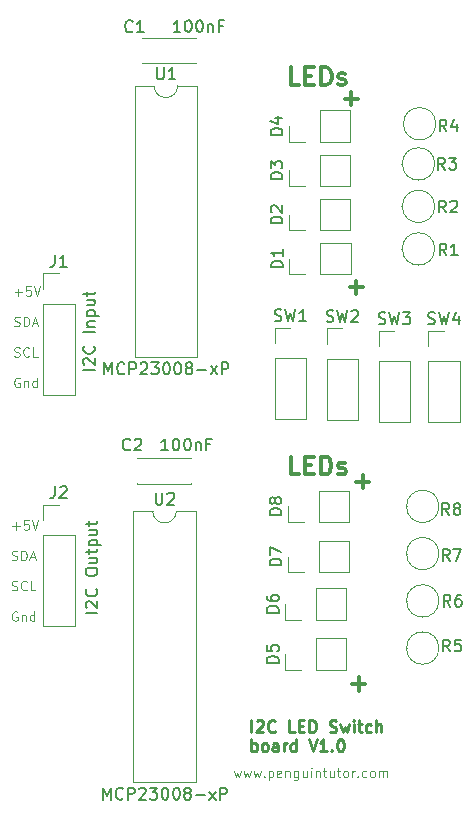
<source format=gto>
%TF.GenerationSoftware,KiCad,Pcbnew,7.0.7+dfsg-1*%
%TF.CreationDate,2024-04-04T18:03:27+01:00*%
%TF.ProjectId,point-controller-switches,706f696e-742d-4636-9f6e-74726f6c6c65,rev?*%
%TF.SameCoordinates,Original*%
%TF.FileFunction,Legend,Top*%
%TF.FilePolarity,Positive*%
%FSLAX46Y46*%
G04 Gerber Fmt 4.6, Leading zero omitted, Abs format (unit mm)*
G04 Created by KiCad (PCBNEW 7.0.7+dfsg-1) date 2024-04-04 18:03:27*
%MOMM*%
%LPD*%
G01*
G04 APERTURE LIST*
%ADD10C,0.300000*%
%ADD11C,0.250000*%
%ADD12C,0.100000*%
%ADD13C,0.150000*%
%ADD14C,0.120000*%
%ADD15R,1.700000X1.700000*%
%ADD16O,1.700000X1.700000*%
%ADD17C,3.200000*%
%ADD18C,1.600000*%
%ADD19O,1.600000X1.600000*%
%ADD20R,1.600000X1.600000*%
G04 APERTURE END LIST*
D10*
X131348796Y-123290828D02*
X130634510Y-123290828D01*
X130634510Y-123290828D02*
X130634510Y-121790828D01*
X131848796Y-122505114D02*
X132348796Y-122505114D01*
X132563082Y-123290828D02*
X131848796Y-123290828D01*
X131848796Y-123290828D02*
X131848796Y-121790828D01*
X131848796Y-121790828D02*
X132563082Y-121790828D01*
X133205939Y-123290828D02*
X133205939Y-121790828D01*
X133205939Y-121790828D02*
X133563082Y-121790828D01*
X133563082Y-121790828D02*
X133777368Y-121862257D01*
X133777368Y-121862257D02*
X133920225Y-122005114D01*
X133920225Y-122005114D02*
X133991654Y-122147971D01*
X133991654Y-122147971D02*
X134063082Y-122433685D01*
X134063082Y-122433685D02*
X134063082Y-122647971D01*
X134063082Y-122647971D02*
X133991654Y-122933685D01*
X133991654Y-122933685D02*
X133920225Y-123076542D01*
X133920225Y-123076542D02*
X133777368Y-123219400D01*
X133777368Y-123219400D02*
X133563082Y-123290828D01*
X133563082Y-123290828D02*
X133205939Y-123290828D01*
X134634511Y-123219400D02*
X134777368Y-123290828D01*
X134777368Y-123290828D02*
X135063082Y-123290828D01*
X135063082Y-123290828D02*
X135205939Y-123219400D01*
X135205939Y-123219400D02*
X135277368Y-123076542D01*
X135277368Y-123076542D02*
X135277368Y-123005114D01*
X135277368Y-123005114D02*
X135205939Y-122862257D01*
X135205939Y-122862257D02*
X135063082Y-122790828D01*
X135063082Y-122790828D02*
X134848797Y-122790828D01*
X134848797Y-122790828D02*
X134705939Y-122719400D01*
X134705939Y-122719400D02*
X134634511Y-122576542D01*
X134634511Y-122576542D02*
X134634511Y-122505114D01*
X134634511Y-122505114D02*
X134705939Y-122362257D01*
X134705939Y-122362257D02*
X134848797Y-122290828D01*
X134848797Y-122290828D02*
X135063082Y-122290828D01*
X135063082Y-122290828D02*
X135205939Y-122362257D01*
D11*
X127302568Y-145114619D02*
X127302568Y-144114619D01*
X127731139Y-144209857D02*
X127778758Y-144162238D01*
X127778758Y-144162238D02*
X127873996Y-144114619D01*
X127873996Y-144114619D02*
X128112091Y-144114619D01*
X128112091Y-144114619D02*
X128207329Y-144162238D01*
X128207329Y-144162238D02*
X128254948Y-144209857D01*
X128254948Y-144209857D02*
X128302567Y-144305095D01*
X128302567Y-144305095D02*
X128302567Y-144400333D01*
X128302567Y-144400333D02*
X128254948Y-144543190D01*
X128254948Y-144543190D02*
X127683520Y-145114619D01*
X127683520Y-145114619D02*
X128302567Y-145114619D01*
X129302567Y-145019380D02*
X129254948Y-145067000D01*
X129254948Y-145067000D02*
X129112091Y-145114619D01*
X129112091Y-145114619D02*
X129016853Y-145114619D01*
X129016853Y-145114619D02*
X128873996Y-145067000D01*
X128873996Y-145067000D02*
X128778758Y-144971761D01*
X128778758Y-144971761D02*
X128731139Y-144876523D01*
X128731139Y-144876523D02*
X128683520Y-144686047D01*
X128683520Y-144686047D02*
X128683520Y-144543190D01*
X128683520Y-144543190D02*
X128731139Y-144352714D01*
X128731139Y-144352714D02*
X128778758Y-144257476D01*
X128778758Y-144257476D02*
X128873996Y-144162238D01*
X128873996Y-144162238D02*
X129016853Y-144114619D01*
X129016853Y-144114619D02*
X129112091Y-144114619D01*
X129112091Y-144114619D02*
X129254948Y-144162238D01*
X129254948Y-144162238D02*
X129302567Y-144209857D01*
X130969234Y-145114619D02*
X130493044Y-145114619D01*
X130493044Y-145114619D02*
X130493044Y-144114619D01*
X131302568Y-144590809D02*
X131635901Y-144590809D01*
X131778758Y-145114619D02*
X131302568Y-145114619D01*
X131302568Y-145114619D02*
X131302568Y-144114619D01*
X131302568Y-144114619D02*
X131778758Y-144114619D01*
X132207330Y-145114619D02*
X132207330Y-144114619D01*
X132207330Y-144114619D02*
X132445425Y-144114619D01*
X132445425Y-144114619D02*
X132588282Y-144162238D01*
X132588282Y-144162238D02*
X132683520Y-144257476D01*
X132683520Y-144257476D02*
X132731139Y-144352714D01*
X132731139Y-144352714D02*
X132778758Y-144543190D01*
X132778758Y-144543190D02*
X132778758Y-144686047D01*
X132778758Y-144686047D02*
X132731139Y-144876523D01*
X132731139Y-144876523D02*
X132683520Y-144971761D01*
X132683520Y-144971761D02*
X132588282Y-145067000D01*
X132588282Y-145067000D02*
X132445425Y-145114619D01*
X132445425Y-145114619D02*
X132207330Y-145114619D01*
X133921616Y-145067000D02*
X134064473Y-145114619D01*
X134064473Y-145114619D02*
X134302568Y-145114619D01*
X134302568Y-145114619D02*
X134397806Y-145067000D01*
X134397806Y-145067000D02*
X134445425Y-145019380D01*
X134445425Y-145019380D02*
X134493044Y-144924142D01*
X134493044Y-144924142D02*
X134493044Y-144828904D01*
X134493044Y-144828904D02*
X134445425Y-144733666D01*
X134445425Y-144733666D02*
X134397806Y-144686047D01*
X134397806Y-144686047D02*
X134302568Y-144638428D01*
X134302568Y-144638428D02*
X134112092Y-144590809D01*
X134112092Y-144590809D02*
X134016854Y-144543190D01*
X134016854Y-144543190D02*
X133969235Y-144495571D01*
X133969235Y-144495571D02*
X133921616Y-144400333D01*
X133921616Y-144400333D02*
X133921616Y-144305095D01*
X133921616Y-144305095D02*
X133969235Y-144209857D01*
X133969235Y-144209857D02*
X134016854Y-144162238D01*
X134016854Y-144162238D02*
X134112092Y-144114619D01*
X134112092Y-144114619D02*
X134350187Y-144114619D01*
X134350187Y-144114619D02*
X134493044Y-144162238D01*
X134826378Y-144447952D02*
X135016854Y-145114619D01*
X135016854Y-145114619D02*
X135207330Y-144638428D01*
X135207330Y-144638428D02*
X135397806Y-145114619D01*
X135397806Y-145114619D02*
X135588282Y-144447952D01*
X135969235Y-145114619D02*
X135969235Y-144447952D01*
X135969235Y-144114619D02*
X135921616Y-144162238D01*
X135921616Y-144162238D02*
X135969235Y-144209857D01*
X135969235Y-144209857D02*
X136016854Y-144162238D01*
X136016854Y-144162238D02*
X135969235Y-144114619D01*
X135969235Y-144114619D02*
X135969235Y-144209857D01*
X136302568Y-144447952D02*
X136683520Y-144447952D01*
X136445425Y-144114619D02*
X136445425Y-144971761D01*
X136445425Y-144971761D02*
X136493044Y-145067000D01*
X136493044Y-145067000D02*
X136588282Y-145114619D01*
X136588282Y-145114619D02*
X136683520Y-145114619D01*
X137445425Y-145067000D02*
X137350187Y-145114619D01*
X137350187Y-145114619D02*
X137159711Y-145114619D01*
X137159711Y-145114619D02*
X137064473Y-145067000D01*
X137064473Y-145067000D02*
X137016854Y-145019380D01*
X137016854Y-145019380D02*
X136969235Y-144924142D01*
X136969235Y-144924142D02*
X136969235Y-144638428D01*
X136969235Y-144638428D02*
X137016854Y-144543190D01*
X137016854Y-144543190D02*
X137064473Y-144495571D01*
X137064473Y-144495571D02*
X137159711Y-144447952D01*
X137159711Y-144447952D02*
X137350187Y-144447952D01*
X137350187Y-144447952D02*
X137445425Y-144495571D01*
X137873997Y-145114619D02*
X137873997Y-144114619D01*
X138302568Y-145114619D02*
X138302568Y-144590809D01*
X138302568Y-144590809D02*
X138254949Y-144495571D01*
X138254949Y-144495571D02*
X138159711Y-144447952D01*
X138159711Y-144447952D02*
X138016854Y-144447952D01*
X138016854Y-144447952D02*
X137921616Y-144495571D01*
X137921616Y-144495571D02*
X137873997Y-144543190D01*
X127302568Y-146724619D02*
X127302568Y-145724619D01*
X127302568Y-146105571D02*
X127397806Y-146057952D01*
X127397806Y-146057952D02*
X127588282Y-146057952D01*
X127588282Y-146057952D02*
X127683520Y-146105571D01*
X127683520Y-146105571D02*
X127731139Y-146153190D01*
X127731139Y-146153190D02*
X127778758Y-146248428D01*
X127778758Y-146248428D02*
X127778758Y-146534142D01*
X127778758Y-146534142D02*
X127731139Y-146629380D01*
X127731139Y-146629380D02*
X127683520Y-146677000D01*
X127683520Y-146677000D02*
X127588282Y-146724619D01*
X127588282Y-146724619D02*
X127397806Y-146724619D01*
X127397806Y-146724619D02*
X127302568Y-146677000D01*
X128350187Y-146724619D02*
X128254949Y-146677000D01*
X128254949Y-146677000D02*
X128207330Y-146629380D01*
X128207330Y-146629380D02*
X128159711Y-146534142D01*
X128159711Y-146534142D02*
X128159711Y-146248428D01*
X128159711Y-146248428D02*
X128207330Y-146153190D01*
X128207330Y-146153190D02*
X128254949Y-146105571D01*
X128254949Y-146105571D02*
X128350187Y-146057952D01*
X128350187Y-146057952D02*
X128493044Y-146057952D01*
X128493044Y-146057952D02*
X128588282Y-146105571D01*
X128588282Y-146105571D02*
X128635901Y-146153190D01*
X128635901Y-146153190D02*
X128683520Y-146248428D01*
X128683520Y-146248428D02*
X128683520Y-146534142D01*
X128683520Y-146534142D02*
X128635901Y-146629380D01*
X128635901Y-146629380D02*
X128588282Y-146677000D01*
X128588282Y-146677000D02*
X128493044Y-146724619D01*
X128493044Y-146724619D02*
X128350187Y-146724619D01*
X129540663Y-146724619D02*
X129540663Y-146200809D01*
X129540663Y-146200809D02*
X129493044Y-146105571D01*
X129493044Y-146105571D02*
X129397806Y-146057952D01*
X129397806Y-146057952D02*
X129207330Y-146057952D01*
X129207330Y-146057952D02*
X129112092Y-146105571D01*
X129540663Y-146677000D02*
X129445425Y-146724619D01*
X129445425Y-146724619D02*
X129207330Y-146724619D01*
X129207330Y-146724619D02*
X129112092Y-146677000D01*
X129112092Y-146677000D02*
X129064473Y-146581761D01*
X129064473Y-146581761D02*
X129064473Y-146486523D01*
X129064473Y-146486523D02*
X129112092Y-146391285D01*
X129112092Y-146391285D02*
X129207330Y-146343666D01*
X129207330Y-146343666D02*
X129445425Y-146343666D01*
X129445425Y-146343666D02*
X129540663Y-146296047D01*
X130016854Y-146724619D02*
X130016854Y-146057952D01*
X130016854Y-146248428D02*
X130064473Y-146153190D01*
X130064473Y-146153190D02*
X130112092Y-146105571D01*
X130112092Y-146105571D02*
X130207330Y-146057952D01*
X130207330Y-146057952D02*
X130302568Y-146057952D01*
X131064473Y-146724619D02*
X131064473Y-145724619D01*
X131064473Y-146677000D02*
X130969235Y-146724619D01*
X130969235Y-146724619D02*
X130778759Y-146724619D01*
X130778759Y-146724619D02*
X130683521Y-146677000D01*
X130683521Y-146677000D02*
X130635902Y-146629380D01*
X130635902Y-146629380D02*
X130588283Y-146534142D01*
X130588283Y-146534142D02*
X130588283Y-146248428D01*
X130588283Y-146248428D02*
X130635902Y-146153190D01*
X130635902Y-146153190D02*
X130683521Y-146105571D01*
X130683521Y-146105571D02*
X130778759Y-146057952D01*
X130778759Y-146057952D02*
X130969235Y-146057952D01*
X130969235Y-146057952D02*
X131064473Y-146105571D01*
X132159712Y-145724619D02*
X132493045Y-146724619D01*
X132493045Y-146724619D02*
X132826378Y-145724619D01*
X133683521Y-146724619D02*
X133112093Y-146724619D01*
X133397807Y-146724619D02*
X133397807Y-145724619D01*
X133397807Y-145724619D02*
X133302569Y-145867476D01*
X133302569Y-145867476D02*
X133207331Y-145962714D01*
X133207331Y-145962714D02*
X133112093Y-146010333D01*
X134112093Y-146629380D02*
X134159712Y-146677000D01*
X134159712Y-146677000D02*
X134112093Y-146724619D01*
X134112093Y-146724619D02*
X134064474Y-146677000D01*
X134064474Y-146677000D02*
X134112093Y-146629380D01*
X134112093Y-146629380D02*
X134112093Y-146724619D01*
X134778759Y-145724619D02*
X134873997Y-145724619D01*
X134873997Y-145724619D02*
X134969235Y-145772238D01*
X134969235Y-145772238D02*
X135016854Y-145819857D01*
X135016854Y-145819857D02*
X135064473Y-145915095D01*
X135064473Y-145915095D02*
X135112092Y-146105571D01*
X135112092Y-146105571D02*
X135112092Y-146343666D01*
X135112092Y-146343666D02*
X135064473Y-146534142D01*
X135064473Y-146534142D02*
X135016854Y-146629380D01*
X135016854Y-146629380D02*
X134969235Y-146677000D01*
X134969235Y-146677000D02*
X134873997Y-146724619D01*
X134873997Y-146724619D02*
X134778759Y-146724619D01*
X134778759Y-146724619D02*
X134683521Y-146677000D01*
X134683521Y-146677000D02*
X134635902Y-146629380D01*
X134635902Y-146629380D02*
X134588283Y-146534142D01*
X134588283Y-146534142D02*
X134540664Y-146343666D01*
X134540664Y-146343666D02*
X134540664Y-146105571D01*
X134540664Y-146105571D02*
X134588283Y-145915095D01*
X134588283Y-145915095D02*
X134635902Y-145819857D01*
X134635902Y-145819857D02*
X134683521Y-145772238D01*
X134683521Y-145772238D02*
X134778759Y-145724619D01*
D12*
X107056265Y-127664133D02*
X107665789Y-127664133D01*
X107361027Y-127968895D02*
X107361027Y-127359371D01*
X108427693Y-127168895D02*
X108046741Y-127168895D01*
X108046741Y-127168895D02*
X108008645Y-127549847D01*
X108008645Y-127549847D02*
X108046741Y-127511752D01*
X108046741Y-127511752D02*
X108122931Y-127473657D01*
X108122931Y-127473657D02*
X108313407Y-127473657D01*
X108313407Y-127473657D02*
X108389598Y-127511752D01*
X108389598Y-127511752D02*
X108427693Y-127549847D01*
X108427693Y-127549847D02*
X108465788Y-127626038D01*
X108465788Y-127626038D02*
X108465788Y-127816514D01*
X108465788Y-127816514D02*
X108427693Y-127892704D01*
X108427693Y-127892704D02*
X108389598Y-127930800D01*
X108389598Y-127930800D02*
X108313407Y-127968895D01*
X108313407Y-127968895D02*
X108122931Y-127968895D01*
X108122931Y-127968895D02*
X108046741Y-127930800D01*
X108046741Y-127930800D02*
X108008645Y-127892704D01*
X108694360Y-127168895D02*
X108961027Y-127968895D01*
X108961027Y-127968895D02*
X109227693Y-127168895D01*
X107018169Y-130506800D02*
X107132455Y-130544895D01*
X107132455Y-130544895D02*
X107322931Y-130544895D01*
X107322931Y-130544895D02*
X107399122Y-130506800D01*
X107399122Y-130506800D02*
X107437217Y-130468704D01*
X107437217Y-130468704D02*
X107475312Y-130392514D01*
X107475312Y-130392514D02*
X107475312Y-130316323D01*
X107475312Y-130316323D02*
X107437217Y-130240133D01*
X107437217Y-130240133D02*
X107399122Y-130202038D01*
X107399122Y-130202038D02*
X107322931Y-130163942D01*
X107322931Y-130163942D02*
X107170550Y-130125847D01*
X107170550Y-130125847D02*
X107094360Y-130087752D01*
X107094360Y-130087752D02*
X107056265Y-130049657D01*
X107056265Y-130049657D02*
X107018169Y-129973466D01*
X107018169Y-129973466D02*
X107018169Y-129897276D01*
X107018169Y-129897276D02*
X107056265Y-129821085D01*
X107056265Y-129821085D02*
X107094360Y-129782990D01*
X107094360Y-129782990D02*
X107170550Y-129744895D01*
X107170550Y-129744895D02*
X107361027Y-129744895D01*
X107361027Y-129744895D02*
X107475312Y-129782990D01*
X107818170Y-130544895D02*
X107818170Y-129744895D01*
X107818170Y-129744895D02*
X108008646Y-129744895D01*
X108008646Y-129744895D02*
X108122932Y-129782990D01*
X108122932Y-129782990D02*
X108199122Y-129859180D01*
X108199122Y-129859180D02*
X108237217Y-129935371D01*
X108237217Y-129935371D02*
X108275313Y-130087752D01*
X108275313Y-130087752D02*
X108275313Y-130202038D01*
X108275313Y-130202038D02*
X108237217Y-130354419D01*
X108237217Y-130354419D02*
X108199122Y-130430609D01*
X108199122Y-130430609D02*
X108122932Y-130506800D01*
X108122932Y-130506800D02*
X108008646Y-130544895D01*
X108008646Y-130544895D02*
X107818170Y-130544895D01*
X108580074Y-130316323D02*
X108961027Y-130316323D01*
X108503884Y-130544895D02*
X108770551Y-129744895D01*
X108770551Y-129744895D02*
X109037217Y-130544895D01*
X107018169Y-133082800D02*
X107132455Y-133120895D01*
X107132455Y-133120895D02*
X107322931Y-133120895D01*
X107322931Y-133120895D02*
X107399122Y-133082800D01*
X107399122Y-133082800D02*
X107437217Y-133044704D01*
X107437217Y-133044704D02*
X107475312Y-132968514D01*
X107475312Y-132968514D02*
X107475312Y-132892323D01*
X107475312Y-132892323D02*
X107437217Y-132816133D01*
X107437217Y-132816133D02*
X107399122Y-132778038D01*
X107399122Y-132778038D02*
X107322931Y-132739942D01*
X107322931Y-132739942D02*
X107170550Y-132701847D01*
X107170550Y-132701847D02*
X107094360Y-132663752D01*
X107094360Y-132663752D02*
X107056265Y-132625657D01*
X107056265Y-132625657D02*
X107018169Y-132549466D01*
X107018169Y-132549466D02*
X107018169Y-132473276D01*
X107018169Y-132473276D02*
X107056265Y-132397085D01*
X107056265Y-132397085D02*
X107094360Y-132358990D01*
X107094360Y-132358990D02*
X107170550Y-132320895D01*
X107170550Y-132320895D02*
X107361027Y-132320895D01*
X107361027Y-132320895D02*
X107475312Y-132358990D01*
X108275313Y-133044704D02*
X108237217Y-133082800D01*
X108237217Y-133082800D02*
X108122932Y-133120895D01*
X108122932Y-133120895D02*
X108046741Y-133120895D01*
X108046741Y-133120895D02*
X107932455Y-133082800D01*
X107932455Y-133082800D02*
X107856265Y-133006609D01*
X107856265Y-133006609D02*
X107818170Y-132930419D01*
X107818170Y-132930419D02*
X107780074Y-132778038D01*
X107780074Y-132778038D02*
X107780074Y-132663752D01*
X107780074Y-132663752D02*
X107818170Y-132511371D01*
X107818170Y-132511371D02*
X107856265Y-132435180D01*
X107856265Y-132435180D02*
X107932455Y-132358990D01*
X107932455Y-132358990D02*
X108046741Y-132320895D01*
X108046741Y-132320895D02*
X108122932Y-132320895D01*
X108122932Y-132320895D02*
X108237217Y-132358990D01*
X108237217Y-132358990D02*
X108275313Y-132397085D01*
X108999122Y-133120895D02*
X108618170Y-133120895D01*
X108618170Y-133120895D02*
X108618170Y-132320895D01*
X107475312Y-134934990D02*
X107399122Y-134896895D01*
X107399122Y-134896895D02*
X107284836Y-134896895D01*
X107284836Y-134896895D02*
X107170550Y-134934990D01*
X107170550Y-134934990D02*
X107094360Y-135011180D01*
X107094360Y-135011180D02*
X107056265Y-135087371D01*
X107056265Y-135087371D02*
X107018169Y-135239752D01*
X107018169Y-135239752D02*
X107018169Y-135354038D01*
X107018169Y-135354038D02*
X107056265Y-135506419D01*
X107056265Y-135506419D02*
X107094360Y-135582609D01*
X107094360Y-135582609D02*
X107170550Y-135658800D01*
X107170550Y-135658800D02*
X107284836Y-135696895D01*
X107284836Y-135696895D02*
X107361027Y-135696895D01*
X107361027Y-135696895D02*
X107475312Y-135658800D01*
X107475312Y-135658800D02*
X107513408Y-135620704D01*
X107513408Y-135620704D02*
X107513408Y-135354038D01*
X107513408Y-135354038D02*
X107361027Y-135354038D01*
X107856265Y-135163561D02*
X107856265Y-135696895D01*
X107856265Y-135239752D02*
X107894360Y-135201657D01*
X107894360Y-135201657D02*
X107970550Y-135163561D01*
X107970550Y-135163561D02*
X108084836Y-135163561D01*
X108084836Y-135163561D02*
X108161027Y-135201657D01*
X108161027Y-135201657D02*
X108199122Y-135277847D01*
X108199122Y-135277847D02*
X108199122Y-135696895D01*
X108922932Y-135696895D02*
X108922932Y-134896895D01*
X108922932Y-135658800D02*
X108846741Y-135696895D01*
X108846741Y-135696895D02*
X108694360Y-135696895D01*
X108694360Y-135696895D02*
X108618170Y-135658800D01*
X108618170Y-135658800D02*
X108580075Y-135620704D01*
X108580075Y-135620704D02*
X108541979Y-135544514D01*
X108541979Y-135544514D02*
X108541979Y-135315942D01*
X108541979Y-135315942D02*
X108580075Y-135239752D01*
X108580075Y-135239752D02*
X108618170Y-135201657D01*
X108618170Y-135201657D02*
X108694360Y-135163561D01*
X108694360Y-135163561D02*
X108846741Y-135163561D01*
X108846741Y-135163561D02*
X108922932Y-135201657D01*
D10*
X135604510Y-107459400D02*
X136747368Y-107459400D01*
X136175939Y-108030828D02*
X136175939Y-106887971D01*
X135794510Y-141039400D02*
X136937368Y-141039400D01*
X136365939Y-141610828D02*
X136365939Y-140467971D01*
X131368796Y-90340828D02*
X130654510Y-90340828D01*
X130654510Y-90340828D02*
X130654510Y-88840828D01*
X131868796Y-89555114D02*
X132368796Y-89555114D01*
X132583082Y-90340828D02*
X131868796Y-90340828D01*
X131868796Y-90340828D02*
X131868796Y-88840828D01*
X131868796Y-88840828D02*
X132583082Y-88840828D01*
X133225939Y-90340828D02*
X133225939Y-88840828D01*
X133225939Y-88840828D02*
X133583082Y-88840828D01*
X133583082Y-88840828D02*
X133797368Y-88912257D01*
X133797368Y-88912257D02*
X133940225Y-89055114D01*
X133940225Y-89055114D02*
X134011654Y-89197971D01*
X134011654Y-89197971D02*
X134083082Y-89483685D01*
X134083082Y-89483685D02*
X134083082Y-89697971D01*
X134083082Y-89697971D02*
X134011654Y-89983685D01*
X134011654Y-89983685D02*
X133940225Y-90126542D01*
X133940225Y-90126542D02*
X133797368Y-90269400D01*
X133797368Y-90269400D02*
X133583082Y-90340828D01*
X133583082Y-90340828D02*
X133225939Y-90340828D01*
X134654511Y-90269400D02*
X134797368Y-90340828D01*
X134797368Y-90340828D02*
X135083082Y-90340828D01*
X135083082Y-90340828D02*
X135225939Y-90269400D01*
X135225939Y-90269400D02*
X135297368Y-90126542D01*
X135297368Y-90126542D02*
X135297368Y-90055114D01*
X135297368Y-90055114D02*
X135225939Y-89912257D01*
X135225939Y-89912257D02*
X135083082Y-89840828D01*
X135083082Y-89840828D02*
X134868797Y-89840828D01*
X134868797Y-89840828D02*
X134725939Y-89769400D01*
X134725939Y-89769400D02*
X134654511Y-89626542D01*
X134654511Y-89626542D02*
X134654511Y-89555114D01*
X134654511Y-89555114D02*
X134725939Y-89412257D01*
X134725939Y-89412257D02*
X134868797Y-89340828D01*
X134868797Y-89340828D02*
X135083082Y-89340828D01*
X135083082Y-89340828D02*
X135225939Y-89412257D01*
D12*
X107256265Y-107864133D02*
X107865789Y-107864133D01*
X107561027Y-108168895D02*
X107561027Y-107559371D01*
X108627693Y-107368895D02*
X108246741Y-107368895D01*
X108246741Y-107368895D02*
X108208645Y-107749847D01*
X108208645Y-107749847D02*
X108246741Y-107711752D01*
X108246741Y-107711752D02*
X108322931Y-107673657D01*
X108322931Y-107673657D02*
X108513407Y-107673657D01*
X108513407Y-107673657D02*
X108589598Y-107711752D01*
X108589598Y-107711752D02*
X108627693Y-107749847D01*
X108627693Y-107749847D02*
X108665788Y-107826038D01*
X108665788Y-107826038D02*
X108665788Y-108016514D01*
X108665788Y-108016514D02*
X108627693Y-108092704D01*
X108627693Y-108092704D02*
X108589598Y-108130800D01*
X108589598Y-108130800D02*
X108513407Y-108168895D01*
X108513407Y-108168895D02*
X108322931Y-108168895D01*
X108322931Y-108168895D02*
X108246741Y-108130800D01*
X108246741Y-108130800D02*
X108208645Y-108092704D01*
X108894360Y-107368895D02*
X109161027Y-108168895D01*
X109161027Y-108168895D02*
X109427693Y-107368895D01*
X107218169Y-110706800D02*
X107332455Y-110744895D01*
X107332455Y-110744895D02*
X107522931Y-110744895D01*
X107522931Y-110744895D02*
X107599122Y-110706800D01*
X107599122Y-110706800D02*
X107637217Y-110668704D01*
X107637217Y-110668704D02*
X107675312Y-110592514D01*
X107675312Y-110592514D02*
X107675312Y-110516323D01*
X107675312Y-110516323D02*
X107637217Y-110440133D01*
X107637217Y-110440133D02*
X107599122Y-110402038D01*
X107599122Y-110402038D02*
X107522931Y-110363942D01*
X107522931Y-110363942D02*
X107370550Y-110325847D01*
X107370550Y-110325847D02*
X107294360Y-110287752D01*
X107294360Y-110287752D02*
X107256265Y-110249657D01*
X107256265Y-110249657D02*
X107218169Y-110173466D01*
X107218169Y-110173466D02*
X107218169Y-110097276D01*
X107218169Y-110097276D02*
X107256265Y-110021085D01*
X107256265Y-110021085D02*
X107294360Y-109982990D01*
X107294360Y-109982990D02*
X107370550Y-109944895D01*
X107370550Y-109944895D02*
X107561027Y-109944895D01*
X107561027Y-109944895D02*
X107675312Y-109982990D01*
X108018170Y-110744895D02*
X108018170Y-109944895D01*
X108018170Y-109944895D02*
X108208646Y-109944895D01*
X108208646Y-109944895D02*
X108322932Y-109982990D01*
X108322932Y-109982990D02*
X108399122Y-110059180D01*
X108399122Y-110059180D02*
X108437217Y-110135371D01*
X108437217Y-110135371D02*
X108475313Y-110287752D01*
X108475313Y-110287752D02*
X108475313Y-110402038D01*
X108475313Y-110402038D02*
X108437217Y-110554419D01*
X108437217Y-110554419D02*
X108399122Y-110630609D01*
X108399122Y-110630609D02*
X108322932Y-110706800D01*
X108322932Y-110706800D02*
X108208646Y-110744895D01*
X108208646Y-110744895D02*
X108018170Y-110744895D01*
X108780074Y-110516323D02*
X109161027Y-110516323D01*
X108703884Y-110744895D02*
X108970551Y-109944895D01*
X108970551Y-109944895D02*
X109237217Y-110744895D01*
X107218169Y-113282800D02*
X107332455Y-113320895D01*
X107332455Y-113320895D02*
X107522931Y-113320895D01*
X107522931Y-113320895D02*
X107599122Y-113282800D01*
X107599122Y-113282800D02*
X107637217Y-113244704D01*
X107637217Y-113244704D02*
X107675312Y-113168514D01*
X107675312Y-113168514D02*
X107675312Y-113092323D01*
X107675312Y-113092323D02*
X107637217Y-113016133D01*
X107637217Y-113016133D02*
X107599122Y-112978038D01*
X107599122Y-112978038D02*
X107522931Y-112939942D01*
X107522931Y-112939942D02*
X107370550Y-112901847D01*
X107370550Y-112901847D02*
X107294360Y-112863752D01*
X107294360Y-112863752D02*
X107256265Y-112825657D01*
X107256265Y-112825657D02*
X107218169Y-112749466D01*
X107218169Y-112749466D02*
X107218169Y-112673276D01*
X107218169Y-112673276D02*
X107256265Y-112597085D01*
X107256265Y-112597085D02*
X107294360Y-112558990D01*
X107294360Y-112558990D02*
X107370550Y-112520895D01*
X107370550Y-112520895D02*
X107561027Y-112520895D01*
X107561027Y-112520895D02*
X107675312Y-112558990D01*
X108475313Y-113244704D02*
X108437217Y-113282800D01*
X108437217Y-113282800D02*
X108322932Y-113320895D01*
X108322932Y-113320895D02*
X108246741Y-113320895D01*
X108246741Y-113320895D02*
X108132455Y-113282800D01*
X108132455Y-113282800D02*
X108056265Y-113206609D01*
X108056265Y-113206609D02*
X108018170Y-113130419D01*
X108018170Y-113130419D02*
X107980074Y-112978038D01*
X107980074Y-112978038D02*
X107980074Y-112863752D01*
X107980074Y-112863752D02*
X108018170Y-112711371D01*
X108018170Y-112711371D02*
X108056265Y-112635180D01*
X108056265Y-112635180D02*
X108132455Y-112558990D01*
X108132455Y-112558990D02*
X108246741Y-112520895D01*
X108246741Y-112520895D02*
X108322932Y-112520895D01*
X108322932Y-112520895D02*
X108437217Y-112558990D01*
X108437217Y-112558990D02*
X108475313Y-112597085D01*
X109199122Y-113320895D02*
X108818170Y-113320895D01*
X108818170Y-113320895D02*
X108818170Y-112520895D01*
X107675312Y-115134990D02*
X107599122Y-115096895D01*
X107599122Y-115096895D02*
X107484836Y-115096895D01*
X107484836Y-115096895D02*
X107370550Y-115134990D01*
X107370550Y-115134990D02*
X107294360Y-115211180D01*
X107294360Y-115211180D02*
X107256265Y-115287371D01*
X107256265Y-115287371D02*
X107218169Y-115439752D01*
X107218169Y-115439752D02*
X107218169Y-115554038D01*
X107218169Y-115554038D02*
X107256265Y-115706419D01*
X107256265Y-115706419D02*
X107294360Y-115782609D01*
X107294360Y-115782609D02*
X107370550Y-115858800D01*
X107370550Y-115858800D02*
X107484836Y-115896895D01*
X107484836Y-115896895D02*
X107561027Y-115896895D01*
X107561027Y-115896895D02*
X107675312Y-115858800D01*
X107675312Y-115858800D02*
X107713408Y-115820704D01*
X107713408Y-115820704D02*
X107713408Y-115554038D01*
X107713408Y-115554038D02*
X107561027Y-115554038D01*
X108056265Y-115363561D02*
X108056265Y-115896895D01*
X108056265Y-115439752D02*
X108094360Y-115401657D01*
X108094360Y-115401657D02*
X108170550Y-115363561D01*
X108170550Y-115363561D02*
X108284836Y-115363561D01*
X108284836Y-115363561D02*
X108361027Y-115401657D01*
X108361027Y-115401657D02*
X108399122Y-115477847D01*
X108399122Y-115477847D02*
X108399122Y-115896895D01*
X109122932Y-115896895D02*
X109122932Y-115096895D01*
X109122932Y-115858800D02*
X109046741Y-115896895D01*
X109046741Y-115896895D02*
X108894360Y-115896895D01*
X108894360Y-115896895D02*
X108818170Y-115858800D01*
X108818170Y-115858800D02*
X108780075Y-115820704D01*
X108780075Y-115820704D02*
X108741979Y-115744514D01*
X108741979Y-115744514D02*
X108741979Y-115515942D01*
X108741979Y-115515942D02*
X108780075Y-115439752D01*
X108780075Y-115439752D02*
X108818170Y-115401657D01*
X108818170Y-115401657D02*
X108894360Y-115363561D01*
X108894360Y-115363561D02*
X109046741Y-115363561D01*
X109046741Y-115363561D02*
X109122932Y-115401657D01*
X125800074Y-148383561D02*
X125952455Y-148916895D01*
X125952455Y-148916895D02*
X126104836Y-148535942D01*
X126104836Y-148535942D02*
X126257217Y-148916895D01*
X126257217Y-148916895D02*
X126409598Y-148383561D01*
X126638169Y-148383561D02*
X126790550Y-148916895D01*
X126790550Y-148916895D02*
X126942931Y-148535942D01*
X126942931Y-148535942D02*
X127095312Y-148916895D01*
X127095312Y-148916895D02*
X127247693Y-148383561D01*
X127476264Y-148383561D02*
X127628645Y-148916895D01*
X127628645Y-148916895D02*
X127781026Y-148535942D01*
X127781026Y-148535942D02*
X127933407Y-148916895D01*
X127933407Y-148916895D02*
X128085788Y-148383561D01*
X128390550Y-148840704D02*
X128428645Y-148878800D01*
X128428645Y-148878800D02*
X128390550Y-148916895D01*
X128390550Y-148916895D02*
X128352454Y-148878800D01*
X128352454Y-148878800D02*
X128390550Y-148840704D01*
X128390550Y-148840704D02*
X128390550Y-148916895D01*
X128771502Y-148383561D02*
X128771502Y-149183561D01*
X128771502Y-148421657D02*
X128847692Y-148383561D01*
X128847692Y-148383561D02*
X129000073Y-148383561D01*
X129000073Y-148383561D02*
X129076264Y-148421657D01*
X129076264Y-148421657D02*
X129114359Y-148459752D01*
X129114359Y-148459752D02*
X129152454Y-148535942D01*
X129152454Y-148535942D02*
X129152454Y-148764514D01*
X129152454Y-148764514D02*
X129114359Y-148840704D01*
X129114359Y-148840704D02*
X129076264Y-148878800D01*
X129076264Y-148878800D02*
X129000073Y-148916895D01*
X129000073Y-148916895D02*
X128847692Y-148916895D01*
X128847692Y-148916895D02*
X128771502Y-148878800D01*
X129800074Y-148878800D02*
X129723883Y-148916895D01*
X129723883Y-148916895D02*
X129571502Y-148916895D01*
X129571502Y-148916895D02*
X129495312Y-148878800D01*
X129495312Y-148878800D02*
X129457216Y-148802609D01*
X129457216Y-148802609D02*
X129457216Y-148497847D01*
X129457216Y-148497847D02*
X129495312Y-148421657D01*
X129495312Y-148421657D02*
X129571502Y-148383561D01*
X129571502Y-148383561D02*
X129723883Y-148383561D01*
X129723883Y-148383561D02*
X129800074Y-148421657D01*
X129800074Y-148421657D02*
X129838169Y-148497847D01*
X129838169Y-148497847D02*
X129838169Y-148574038D01*
X129838169Y-148574038D02*
X129457216Y-148650228D01*
X130181026Y-148383561D02*
X130181026Y-148916895D01*
X130181026Y-148459752D02*
X130219121Y-148421657D01*
X130219121Y-148421657D02*
X130295311Y-148383561D01*
X130295311Y-148383561D02*
X130409597Y-148383561D01*
X130409597Y-148383561D02*
X130485788Y-148421657D01*
X130485788Y-148421657D02*
X130523883Y-148497847D01*
X130523883Y-148497847D02*
X130523883Y-148916895D01*
X131247693Y-148383561D02*
X131247693Y-149031180D01*
X131247693Y-149031180D02*
X131209598Y-149107371D01*
X131209598Y-149107371D02*
X131171502Y-149145466D01*
X131171502Y-149145466D02*
X131095312Y-149183561D01*
X131095312Y-149183561D02*
X130981026Y-149183561D01*
X130981026Y-149183561D02*
X130904836Y-149145466D01*
X131247693Y-148878800D02*
X131171502Y-148916895D01*
X131171502Y-148916895D02*
X131019121Y-148916895D01*
X131019121Y-148916895D02*
X130942931Y-148878800D01*
X130942931Y-148878800D02*
X130904836Y-148840704D01*
X130904836Y-148840704D02*
X130866740Y-148764514D01*
X130866740Y-148764514D02*
X130866740Y-148535942D01*
X130866740Y-148535942D02*
X130904836Y-148459752D01*
X130904836Y-148459752D02*
X130942931Y-148421657D01*
X130942931Y-148421657D02*
X131019121Y-148383561D01*
X131019121Y-148383561D02*
X131171502Y-148383561D01*
X131171502Y-148383561D02*
X131247693Y-148421657D01*
X131971503Y-148383561D02*
X131971503Y-148916895D01*
X131628646Y-148383561D02*
X131628646Y-148802609D01*
X131628646Y-148802609D02*
X131666741Y-148878800D01*
X131666741Y-148878800D02*
X131742931Y-148916895D01*
X131742931Y-148916895D02*
X131857217Y-148916895D01*
X131857217Y-148916895D02*
X131933408Y-148878800D01*
X131933408Y-148878800D02*
X131971503Y-148840704D01*
X132352456Y-148916895D02*
X132352456Y-148383561D01*
X132352456Y-148116895D02*
X132314360Y-148154990D01*
X132314360Y-148154990D02*
X132352456Y-148193085D01*
X132352456Y-148193085D02*
X132390551Y-148154990D01*
X132390551Y-148154990D02*
X132352456Y-148116895D01*
X132352456Y-148116895D02*
X132352456Y-148193085D01*
X132733408Y-148383561D02*
X132733408Y-148916895D01*
X132733408Y-148459752D02*
X132771503Y-148421657D01*
X132771503Y-148421657D02*
X132847693Y-148383561D01*
X132847693Y-148383561D02*
X132961979Y-148383561D01*
X132961979Y-148383561D02*
X133038170Y-148421657D01*
X133038170Y-148421657D02*
X133076265Y-148497847D01*
X133076265Y-148497847D02*
X133076265Y-148916895D01*
X133342932Y-148383561D02*
X133647694Y-148383561D01*
X133457218Y-148116895D02*
X133457218Y-148802609D01*
X133457218Y-148802609D02*
X133495313Y-148878800D01*
X133495313Y-148878800D02*
X133571503Y-148916895D01*
X133571503Y-148916895D02*
X133647694Y-148916895D01*
X134257218Y-148383561D02*
X134257218Y-148916895D01*
X133914361Y-148383561D02*
X133914361Y-148802609D01*
X133914361Y-148802609D02*
X133952456Y-148878800D01*
X133952456Y-148878800D02*
X134028646Y-148916895D01*
X134028646Y-148916895D02*
X134142932Y-148916895D01*
X134142932Y-148916895D02*
X134219123Y-148878800D01*
X134219123Y-148878800D02*
X134257218Y-148840704D01*
X134523885Y-148383561D02*
X134828647Y-148383561D01*
X134638171Y-148116895D02*
X134638171Y-148802609D01*
X134638171Y-148802609D02*
X134676266Y-148878800D01*
X134676266Y-148878800D02*
X134752456Y-148916895D01*
X134752456Y-148916895D02*
X134828647Y-148916895D01*
X135209599Y-148916895D02*
X135133409Y-148878800D01*
X135133409Y-148878800D02*
X135095314Y-148840704D01*
X135095314Y-148840704D02*
X135057218Y-148764514D01*
X135057218Y-148764514D02*
X135057218Y-148535942D01*
X135057218Y-148535942D02*
X135095314Y-148459752D01*
X135095314Y-148459752D02*
X135133409Y-148421657D01*
X135133409Y-148421657D02*
X135209599Y-148383561D01*
X135209599Y-148383561D02*
X135323885Y-148383561D01*
X135323885Y-148383561D02*
X135400076Y-148421657D01*
X135400076Y-148421657D02*
X135438171Y-148459752D01*
X135438171Y-148459752D02*
X135476266Y-148535942D01*
X135476266Y-148535942D02*
X135476266Y-148764514D01*
X135476266Y-148764514D02*
X135438171Y-148840704D01*
X135438171Y-148840704D02*
X135400076Y-148878800D01*
X135400076Y-148878800D02*
X135323885Y-148916895D01*
X135323885Y-148916895D02*
X135209599Y-148916895D01*
X135819124Y-148916895D02*
X135819124Y-148383561D01*
X135819124Y-148535942D02*
X135857219Y-148459752D01*
X135857219Y-148459752D02*
X135895314Y-148421657D01*
X135895314Y-148421657D02*
X135971505Y-148383561D01*
X135971505Y-148383561D02*
X136047695Y-148383561D01*
X136314362Y-148840704D02*
X136352457Y-148878800D01*
X136352457Y-148878800D02*
X136314362Y-148916895D01*
X136314362Y-148916895D02*
X136276266Y-148878800D01*
X136276266Y-148878800D02*
X136314362Y-148840704D01*
X136314362Y-148840704D02*
X136314362Y-148916895D01*
X137038171Y-148878800D02*
X136961980Y-148916895D01*
X136961980Y-148916895D02*
X136809599Y-148916895D01*
X136809599Y-148916895D02*
X136733409Y-148878800D01*
X136733409Y-148878800D02*
X136695314Y-148840704D01*
X136695314Y-148840704D02*
X136657218Y-148764514D01*
X136657218Y-148764514D02*
X136657218Y-148535942D01*
X136657218Y-148535942D02*
X136695314Y-148459752D01*
X136695314Y-148459752D02*
X136733409Y-148421657D01*
X136733409Y-148421657D02*
X136809599Y-148383561D01*
X136809599Y-148383561D02*
X136961980Y-148383561D01*
X136961980Y-148383561D02*
X137038171Y-148421657D01*
X137495313Y-148916895D02*
X137419123Y-148878800D01*
X137419123Y-148878800D02*
X137381028Y-148840704D01*
X137381028Y-148840704D02*
X137342932Y-148764514D01*
X137342932Y-148764514D02*
X137342932Y-148535942D01*
X137342932Y-148535942D02*
X137381028Y-148459752D01*
X137381028Y-148459752D02*
X137419123Y-148421657D01*
X137419123Y-148421657D02*
X137495313Y-148383561D01*
X137495313Y-148383561D02*
X137609599Y-148383561D01*
X137609599Y-148383561D02*
X137685790Y-148421657D01*
X137685790Y-148421657D02*
X137723885Y-148459752D01*
X137723885Y-148459752D02*
X137761980Y-148535942D01*
X137761980Y-148535942D02*
X137761980Y-148764514D01*
X137761980Y-148764514D02*
X137723885Y-148840704D01*
X137723885Y-148840704D02*
X137685790Y-148878800D01*
X137685790Y-148878800D02*
X137609599Y-148916895D01*
X137609599Y-148916895D02*
X137495313Y-148916895D01*
X138104838Y-148916895D02*
X138104838Y-148383561D01*
X138104838Y-148459752D02*
X138142933Y-148421657D01*
X138142933Y-148421657D02*
X138219123Y-148383561D01*
X138219123Y-148383561D02*
X138333409Y-148383561D01*
X138333409Y-148383561D02*
X138409600Y-148421657D01*
X138409600Y-148421657D02*
X138447695Y-148497847D01*
X138447695Y-148497847D02*
X138447695Y-148916895D01*
X138447695Y-148497847D02*
X138485790Y-148421657D01*
X138485790Y-148421657D02*
X138561981Y-148383561D01*
X138561981Y-148383561D02*
X138676266Y-148383561D01*
X138676266Y-148383561D02*
X138752457Y-148421657D01*
X138752457Y-148421657D02*
X138790552Y-148497847D01*
X138790552Y-148497847D02*
X138790552Y-148916895D01*
D10*
X135184510Y-91469400D02*
X136327368Y-91469400D01*
X135755939Y-92040828D02*
X135755939Y-90897971D01*
X136144510Y-123899400D02*
X137287368Y-123899400D01*
X136715939Y-124470828D02*
X136715939Y-123327971D01*
D13*
X129924819Y-98288094D02*
X128924819Y-98288094D01*
X128924819Y-98288094D02*
X128924819Y-98049999D01*
X128924819Y-98049999D02*
X128972438Y-97907142D01*
X128972438Y-97907142D02*
X129067676Y-97811904D01*
X129067676Y-97811904D02*
X129162914Y-97764285D01*
X129162914Y-97764285D02*
X129353390Y-97716666D01*
X129353390Y-97716666D02*
X129496247Y-97716666D01*
X129496247Y-97716666D02*
X129686723Y-97764285D01*
X129686723Y-97764285D02*
X129781961Y-97811904D01*
X129781961Y-97811904D02*
X129877200Y-97907142D01*
X129877200Y-97907142D02*
X129924819Y-98049999D01*
X129924819Y-98049999D02*
X129924819Y-98288094D01*
X128924819Y-97383332D02*
X128924819Y-96764285D01*
X128924819Y-96764285D02*
X129305771Y-97097618D01*
X129305771Y-97097618D02*
X129305771Y-96954761D01*
X129305771Y-96954761D02*
X129353390Y-96859523D01*
X129353390Y-96859523D02*
X129401009Y-96811904D01*
X129401009Y-96811904D02*
X129496247Y-96764285D01*
X129496247Y-96764285D02*
X129734342Y-96764285D01*
X129734342Y-96764285D02*
X129829580Y-96811904D01*
X129829580Y-96811904D02*
X129877200Y-96859523D01*
X129877200Y-96859523D02*
X129924819Y-96954761D01*
X129924819Y-96954761D02*
X129924819Y-97240475D01*
X129924819Y-97240475D02*
X129877200Y-97335713D01*
X129877200Y-97335713D02*
X129829580Y-97383332D01*
X133666667Y-110322200D02*
X133809524Y-110369819D01*
X133809524Y-110369819D02*
X134047619Y-110369819D01*
X134047619Y-110369819D02*
X134142857Y-110322200D01*
X134142857Y-110322200D02*
X134190476Y-110274580D01*
X134190476Y-110274580D02*
X134238095Y-110179342D01*
X134238095Y-110179342D02*
X134238095Y-110084104D01*
X134238095Y-110084104D02*
X134190476Y-109988866D01*
X134190476Y-109988866D02*
X134142857Y-109941247D01*
X134142857Y-109941247D02*
X134047619Y-109893628D01*
X134047619Y-109893628D02*
X133857143Y-109846009D01*
X133857143Y-109846009D02*
X133761905Y-109798390D01*
X133761905Y-109798390D02*
X133714286Y-109750771D01*
X133714286Y-109750771D02*
X133666667Y-109655533D01*
X133666667Y-109655533D02*
X133666667Y-109560295D01*
X133666667Y-109560295D02*
X133714286Y-109465057D01*
X133714286Y-109465057D02*
X133761905Y-109417438D01*
X133761905Y-109417438D02*
X133857143Y-109369819D01*
X133857143Y-109369819D02*
X134095238Y-109369819D01*
X134095238Y-109369819D02*
X134238095Y-109417438D01*
X134571429Y-109369819D02*
X134809524Y-110369819D01*
X134809524Y-110369819D02*
X135000000Y-109655533D01*
X135000000Y-109655533D02*
X135190476Y-110369819D01*
X135190476Y-110369819D02*
X135428572Y-109369819D01*
X135761905Y-109465057D02*
X135809524Y-109417438D01*
X135809524Y-109417438D02*
X135904762Y-109369819D01*
X135904762Y-109369819D02*
X136142857Y-109369819D01*
X136142857Y-109369819D02*
X136238095Y-109417438D01*
X136238095Y-109417438D02*
X136285714Y-109465057D01*
X136285714Y-109465057D02*
X136333333Y-109560295D01*
X136333333Y-109560295D02*
X136333333Y-109655533D01*
X136333333Y-109655533D02*
X136285714Y-109798390D01*
X136285714Y-109798390D02*
X135714286Y-110369819D01*
X135714286Y-110369819D02*
X136333333Y-110369819D01*
X143773333Y-101114819D02*
X143440000Y-100638628D01*
X143201905Y-101114819D02*
X143201905Y-100114819D01*
X143201905Y-100114819D02*
X143582857Y-100114819D01*
X143582857Y-100114819D02*
X143678095Y-100162438D01*
X143678095Y-100162438D02*
X143725714Y-100210057D01*
X143725714Y-100210057D02*
X143773333Y-100305295D01*
X143773333Y-100305295D02*
X143773333Y-100448152D01*
X143773333Y-100448152D02*
X143725714Y-100543390D01*
X143725714Y-100543390D02*
X143678095Y-100591009D01*
X143678095Y-100591009D02*
X143582857Y-100638628D01*
X143582857Y-100638628D02*
X143201905Y-100638628D01*
X144154286Y-100210057D02*
X144201905Y-100162438D01*
X144201905Y-100162438D02*
X144297143Y-100114819D01*
X144297143Y-100114819D02*
X144535238Y-100114819D01*
X144535238Y-100114819D02*
X144630476Y-100162438D01*
X144630476Y-100162438D02*
X144678095Y-100210057D01*
X144678095Y-100210057D02*
X144725714Y-100305295D01*
X144725714Y-100305295D02*
X144725714Y-100400533D01*
X144725714Y-100400533D02*
X144678095Y-100543390D01*
X144678095Y-100543390D02*
X144106667Y-101114819D01*
X144106667Y-101114819D02*
X144725714Y-101114819D01*
X142266667Y-110522200D02*
X142409524Y-110569819D01*
X142409524Y-110569819D02*
X142647619Y-110569819D01*
X142647619Y-110569819D02*
X142742857Y-110522200D01*
X142742857Y-110522200D02*
X142790476Y-110474580D01*
X142790476Y-110474580D02*
X142838095Y-110379342D01*
X142838095Y-110379342D02*
X142838095Y-110284104D01*
X142838095Y-110284104D02*
X142790476Y-110188866D01*
X142790476Y-110188866D02*
X142742857Y-110141247D01*
X142742857Y-110141247D02*
X142647619Y-110093628D01*
X142647619Y-110093628D02*
X142457143Y-110046009D01*
X142457143Y-110046009D02*
X142361905Y-109998390D01*
X142361905Y-109998390D02*
X142314286Y-109950771D01*
X142314286Y-109950771D02*
X142266667Y-109855533D01*
X142266667Y-109855533D02*
X142266667Y-109760295D01*
X142266667Y-109760295D02*
X142314286Y-109665057D01*
X142314286Y-109665057D02*
X142361905Y-109617438D01*
X142361905Y-109617438D02*
X142457143Y-109569819D01*
X142457143Y-109569819D02*
X142695238Y-109569819D01*
X142695238Y-109569819D02*
X142838095Y-109617438D01*
X143171429Y-109569819D02*
X143409524Y-110569819D01*
X143409524Y-110569819D02*
X143600000Y-109855533D01*
X143600000Y-109855533D02*
X143790476Y-110569819D01*
X143790476Y-110569819D02*
X144028572Y-109569819D01*
X144838095Y-109903152D02*
X144838095Y-110569819D01*
X144600000Y-109522200D02*
X144361905Y-110236485D01*
X144361905Y-110236485D02*
X144980952Y-110236485D01*
X129594819Y-134988094D02*
X128594819Y-134988094D01*
X128594819Y-134988094D02*
X128594819Y-134749999D01*
X128594819Y-134749999D02*
X128642438Y-134607142D01*
X128642438Y-134607142D02*
X128737676Y-134511904D01*
X128737676Y-134511904D02*
X128832914Y-134464285D01*
X128832914Y-134464285D02*
X129023390Y-134416666D01*
X129023390Y-134416666D02*
X129166247Y-134416666D01*
X129166247Y-134416666D02*
X129356723Y-134464285D01*
X129356723Y-134464285D02*
X129451961Y-134511904D01*
X129451961Y-134511904D02*
X129547200Y-134607142D01*
X129547200Y-134607142D02*
X129594819Y-134749999D01*
X129594819Y-134749999D02*
X129594819Y-134988094D01*
X128594819Y-133559523D02*
X128594819Y-133749999D01*
X128594819Y-133749999D02*
X128642438Y-133845237D01*
X128642438Y-133845237D02*
X128690057Y-133892856D01*
X128690057Y-133892856D02*
X128832914Y-133988094D01*
X128832914Y-133988094D02*
X129023390Y-134035713D01*
X129023390Y-134035713D02*
X129404342Y-134035713D01*
X129404342Y-134035713D02*
X129499580Y-133988094D01*
X129499580Y-133988094D02*
X129547200Y-133940475D01*
X129547200Y-133940475D02*
X129594819Y-133845237D01*
X129594819Y-133845237D02*
X129594819Y-133654761D01*
X129594819Y-133654761D02*
X129547200Y-133559523D01*
X129547200Y-133559523D02*
X129499580Y-133511904D01*
X129499580Y-133511904D02*
X129404342Y-133464285D01*
X129404342Y-133464285D02*
X129166247Y-133464285D01*
X129166247Y-133464285D02*
X129071009Y-133511904D01*
X129071009Y-133511904D02*
X129023390Y-133559523D01*
X129023390Y-133559523D02*
X128975771Y-133654761D01*
X128975771Y-133654761D02*
X128975771Y-133845237D01*
X128975771Y-133845237D02*
X129023390Y-133940475D01*
X129023390Y-133940475D02*
X129071009Y-133988094D01*
X129071009Y-133988094D02*
X129166247Y-134035713D01*
X144073333Y-130624819D02*
X143740000Y-130148628D01*
X143501905Y-130624819D02*
X143501905Y-129624819D01*
X143501905Y-129624819D02*
X143882857Y-129624819D01*
X143882857Y-129624819D02*
X143978095Y-129672438D01*
X143978095Y-129672438D02*
X144025714Y-129720057D01*
X144025714Y-129720057D02*
X144073333Y-129815295D01*
X144073333Y-129815295D02*
X144073333Y-129958152D01*
X144073333Y-129958152D02*
X144025714Y-130053390D01*
X144025714Y-130053390D02*
X143978095Y-130101009D01*
X143978095Y-130101009D02*
X143882857Y-130148628D01*
X143882857Y-130148628D02*
X143501905Y-130148628D01*
X144406667Y-129624819D02*
X145073333Y-129624819D01*
X145073333Y-129624819D02*
X144644762Y-130624819D01*
X129924819Y-102038094D02*
X128924819Y-102038094D01*
X128924819Y-102038094D02*
X128924819Y-101799999D01*
X128924819Y-101799999D02*
X128972438Y-101657142D01*
X128972438Y-101657142D02*
X129067676Y-101561904D01*
X129067676Y-101561904D02*
X129162914Y-101514285D01*
X129162914Y-101514285D02*
X129353390Y-101466666D01*
X129353390Y-101466666D02*
X129496247Y-101466666D01*
X129496247Y-101466666D02*
X129686723Y-101514285D01*
X129686723Y-101514285D02*
X129781961Y-101561904D01*
X129781961Y-101561904D02*
X129877200Y-101657142D01*
X129877200Y-101657142D02*
X129924819Y-101799999D01*
X129924819Y-101799999D02*
X129924819Y-102038094D01*
X129020057Y-101085713D02*
X128972438Y-101038094D01*
X128972438Y-101038094D02*
X128924819Y-100942856D01*
X128924819Y-100942856D02*
X128924819Y-100704761D01*
X128924819Y-100704761D02*
X128972438Y-100609523D01*
X128972438Y-100609523D02*
X129020057Y-100561904D01*
X129020057Y-100561904D02*
X129115295Y-100514285D01*
X129115295Y-100514285D02*
X129210533Y-100514285D01*
X129210533Y-100514285D02*
X129353390Y-100561904D01*
X129353390Y-100561904D02*
X129924819Y-101133332D01*
X129924819Y-101133332D02*
X129924819Y-100514285D01*
X144033333Y-126724819D02*
X143700000Y-126248628D01*
X143461905Y-126724819D02*
X143461905Y-125724819D01*
X143461905Y-125724819D02*
X143842857Y-125724819D01*
X143842857Y-125724819D02*
X143938095Y-125772438D01*
X143938095Y-125772438D02*
X143985714Y-125820057D01*
X143985714Y-125820057D02*
X144033333Y-125915295D01*
X144033333Y-125915295D02*
X144033333Y-126058152D01*
X144033333Y-126058152D02*
X143985714Y-126153390D01*
X143985714Y-126153390D02*
X143938095Y-126201009D01*
X143938095Y-126201009D02*
X143842857Y-126248628D01*
X143842857Y-126248628D02*
X143461905Y-126248628D01*
X144604762Y-126153390D02*
X144509524Y-126105771D01*
X144509524Y-126105771D02*
X144461905Y-126058152D01*
X144461905Y-126058152D02*
X144414286Y-125962914D01*
X144414286Y-125962914D02*
X144414286Y-125915295D01*
X144414286Y-125915295D02*
X144461905Y-125820057D01*
X144461905Y-125820057D02*
X144509524Y-125772438D01*
X144509524Y-125772438D02*
X144604762Y-125724819D01*
X144604762Y-125724819D02*
X144795238Y-125724819D01*
X144795238Y-125724819D02*
X144890476Y-125772438D01*
X144890476Y-125772438D02*
X144938095Y-125820057D01*
X144938095Y-125820057D02*
X144985714Y-125915295D01*
X144985714Y-125915295D02*
X144985714Y-125962914D01*
X144985714Y-125962914D02*
X144938095Y-126058152D01*
X144938095Y-126058152D02*
X144890476Y-126105771D01*
X144890476Y-126105771D02*
X144795238Y-126153390D01*
X144795238Y-126153390D02*
X144604762Y-126153390D01*
X144604762Y-126153390D02*
X144509524Y-126201009D01*
X144509524Y-126201009D02*
X144461905Y-126248628D01*
X144461905Y-126248628D02*
X144414286Y-126343866D01*
X144414286Y-126343866D02*
X144414286Y-126534342D01*
X144414286Y-126534342D02*
X144461905Y-126629580D01*
X144461905Y-126629580D02*
X144509524Y-126677200D01*
X144509524Y-126677200D02*
X144604762Y-126724819D01*
X144604762Y-126724819D02*
X144795238Y-126724819D01*
X144795238Y-126724819D02*
X144890476Y-126677200D01*
X144890476Y-126677200D02*
X144938095Y-126629580D01*
X144938095Y-126629580D02*
X144985714Y-126534342D01*
X144985714Y-126534342D02*
X144985714Y-126343866D01*
X144985714Y-126343866D02*
X144938095Y-126248628D01*
X144938095Y-126248628D02*
X144890476Y-126201009D01*
X144890476Y-126201009D02*
X144795238Y-126153390D01*
X144113333Y-138274819D02*
X143780000Y-137798628D01*
X143541905Y-138274819D02*
X143541905Y-137274819D01*
X143541905Y-137274819D02*
X143922857Y-137274819D01*
X143922857Y-137274819D02*
X144018095Y-137322438D01*
X144018095Y-137322438D02*
X144065714Y-137370057D01*
X144065714Y-137370057D02*
X144113333Y-137465295D01*
X144113333Y-137465295D02*
X144113333Y-137608152D01*
X144113333Y-137608152D02*
X144065714Y-137703390D01*
X144065714Y-137703390D02*
X144018095Y-137751009D01*
X144018095Y-137751009D02*
X143922857Y-137798628D01*
X143922857Y-137798628D02*
X143541905Y-137798628D01*
X145018095Y-137274819D02*
X144541905Y-137274819D01*
X144541905Y-137274819D02*
X144494286Y-137751009D01*
X144494286Y-137751009D02*
X144541905Y-137703390D01*
X144541905Y-137703390D02*
X144637143Y-137655771D01*
X144637143Y-137655771D02*
X144875238Y-137655771D01*
X144875238Y-137655771D02*
X144970476Y-137703390D01*
X144970476Y-137703390D02*
X145018095Y-137751009D01*
X145018095Y-137751009D02*
X145065714Y-137846247D01*
X145065714Y-137846247D02*
X145065714Y-138084342D01*
X145065714Y-138084342D02*
X145018095Y-138179580D01*
X145018095Y-138179580D02*
X144970476Y-138227200D01*
X144970476Y-138227200D02*
X144875238Y-138274819D01*
X144875238Y-138274819D02*
X144637143Y-138274819D01*
X144637143Y-138274819D02*
X144541905Y-138227200D01*
X144541905Y-138227200D02*
X144494286Y-138179580D01*
X138066667Y-110522200D02*
X138209524Y-110569819D01*
X138209524Y-110569819D02*
X138447619Y-110569819D01*
X138447619Y-110569819D02*
X138542857Y-110522200D01*
X138542857Y-110522200D02*
X138590476Y-110474580D01*
X138590476Y-110474580D02*
X138638095Y-110379342D01*
X138638095Y-110379342D02*
X138638095Y-110284104D01*
X138638095Y-110284104D02*
X138590476Y-110188866D01*
X138590476Y-110188866D02*
X138542857Y-110141247D01*
X138542857Y-110141247D02*
X138447619Y-110093628D01*
X138447619Y-110093628D02*
X138257143Y-110046009D01*
X138257143Y-110046009D02*
X138161905Y-109998390D01*
X138161905Y-109998390D02*
X138114286Y-109950771D01*
X138114286Y-109950771D02*
X138066667Y-109855533D01*
X138066667Y-109855533D02*
X138066667Y-109760295D01*
X138066667Y-109760295D02*
X138114286Y-109665057D01*
X138114286Y-109665057D02*
X138161905Y-109617438D01*
X138161905Y-109617438D02*
X138257143Y-109569819D01*
X138257143Y-109569819D02*
X138495238Y-109569819D01*
X138495238Y-109569819D02*
X138638095Y-109617438D01*
X138971429Y-109569819D02*
X139209524Y-110569819D01*
X139209524Y-110569819D02*
X139400000Y-109855533D01*
X139400000Y-109855533D02*
X139590476Y-110569819D01*
X139590476Y-110569819D02*
X139828572Y-109569819D01*
X140114286Y-109569819D02*
X140733333Y-109569819D01*
X140733333Y-109569819D02*
X140400000Y-109950771D01*
X140400000Y-109950771D02*
X140542857Y-109950771D01*
X140542857Y-109950771D02*
X140638095Y-109998390D01*
X140638095Y-109998390D02*
X140685714Y-110046009D01*
X140685714Y-110046009D02*
X140733333Y-110141247D01*
X140733333Y-110141247D02*
X140733333Y-110379342D01*
X140733333Y-110379342D02*
X140685714Y-110474580D01*
X140685714Y-110474580D02*
X140638095Y-110522200D01*
X140638095Y-110522200D02*
X140542857Y-110569819D01*
X140542857Y-110569819D02*
X140257143Y-110569819D01*
X140257143Y-110569819D02*
X140161905Y-110522200D01*
X140161905Y-110522200D02*
X140114286Y-110474580D01*
X129844819Y-130988094D02*
X128844819Y-130988094D01*
X128844819Y-130988094D02*
X128844819Y-130749999D01*
X128844819Y-130749999D02*
X128892438Y-130607142D01*
X128892438Y-130607142D02*
X128987676Y-130511904D01*
X128987676Y-130511904D02*
X129082914Y-130464285D01*
X129082914Y-130464285D02*
X129273390Y-130416666D01*
X129273390Y-130416666D02*
X129416247Y-130416666D01*
X129416247Y-130416666D02*
X129606723Y-130464285D01*
X129606723Y-130464285D02*
X129701961Y-130511904D01*
X129701961Y-130511904D02*
X129797200Y-130607142D01*
X129797200Y-130607142D02*
X129844819Y-130749999D01*
X129844819Y-130749999D02*
X129844819Y-130988094D01*
X128844819Y-130083332D02*
X128844819Y-129416666D01*
X128844819Y-129416666D02*
X129844819Y-129845237D01*
X110666666Y-104704819D02*
X110666666Y-105419104D01*
X110666666Y-105419104D02*
X110619047Y-105561961D01*
X110619047Y-105561961D02*
X110523809Y-105657200D01*
X110523809Y-105657200D02*
X110380952Y-105704819D01*
X110380952Y-105704819D02*
X110285714Y-105704819D01*
X111666666Y-105704819D02*
X111095238Y-105704819D01*
X111380952Y-105704819D02*
X111380952Y-104704819D01*
X111380952Y-104704819D02*
X111285714Y-104847676D01*
X111285714Y-104847676D02*
X111190476Y-104942914D01*
X111190476Y-104942914D02*
X111095238Y-104990533D01*
X114054819Y-114438094D02*
X113054819Y-114438094D01*
X113150057Y-114009523D02*
X113102438Y-113961904D01*
X113102438Y-113961904D02*
X113054819Y-113866666D01*
X113054819Y-113866666D02*
X113054819Y-113628571D01*
X113054819Y-113628571D02*
X113102438Y-113533333D01*
X113102438Y-113533333D02*
X113150057Y-113485714D01*
X113150057Y-113485714D02*
X113245295Y-113438095D01*
X113245295Y-113438095D02*
X113340533Y-113438095D01*
X113340533Y-113438095D02*
X113483390Y-113485714D01*
X113483390Y-113485714D02*
X114054819Y-114057142D01*
X114054819Y-114057142D02*
X114054819Y-113438095D01*
X113959580Y-112438095D02*
X114007200Y-112485714D01*
X114007200Y-112485714D02*
X114054819Y-112628571D01*
X114054819Y-112628571D02*
X114054819Y-112723809D01*
X114054819Y-112723809D02*
X114007200Y-112866666D01*
X114007200Y-112866666D02*
X113911961Y-112961904D01*
X113911961Y-112961904D02*
X113816723Y-113009523D01*
X113816723Y-113009523D02*
X113626247Y-113057142D01*
X113626247Y-113057142D02*
X113483390Y-113057142D01*
X113483390Y-113057142D02*
X113292914Y-113009523D01*
X113292914Y-113009523D02*
X113197676Y-112961904D01*
X113197676Y-112961904D02*
X113102438Y-112866666D01*
X113102438Y-112866666D02*
X113054819Y-112723809D01*
X113054819Y-112723809D02*
X113054819Y-112628571D01*
X113054819Y-112628571D02*
X113102438Y-112485714D01*
X113102438Y-112485714D02*
X113150057Y-112438095D01*
X114054819Y-111247618D02*
X113054819Y-111247618D01*
X113388152Y-110771428D02*
X114054819Y-110771428D01*
X113483390Y-110771428D02*
X113435771Y-110723809D01*
X113435771Y-110723809D02*
X113388152Y-110628571D01*
X113388152Y-110628571D02*
X113388152Y-110485714D01*
X113388152Y-110485714D02*
X113435771Y-110390476D01*
X113435771Y-110390476D02*
X113531009Y-110342857D01*
X113531009Y-110342857D02*
X114054819Y-110342857D01*
X113388152Y-109866666D02*
X114388152Y-109866666D01*
X113435771Y-109866666D02*
X113388152Y-109771428D01*
X113388152Y-109771428D02*
X113388152Y-109580952D01*
X113388152Y-109580952D02*
X113435771Y-109485714D01*
X113435771Y-109485714D02*
X113483390Y-109438095D01*
X113483390Y-109438095D02*
X113578628Y-109390476D01*
X113578628Y-109390476D02*
X113864342Y-109390476D01*
X113864342Y-109390476D02*
X113959580Y-109438095D01*
X113959580Y-109438095D02*
X114007200Y-109485714D01*
X114007200Y-109485714D02*
X114054819Y-109580952D01*
X114054819Y-109580952D02*
X114054819Y-109771428D01*
X114054819Y-109771428D02*
X114007200Y-109866666D01*
X113388152Y-108533333D02*
X114054819Y-108533333D01*
X113388152Y-108961904D02*
X113911961Y-108961904D01*
X113911961Y-108961904D02*
X114007200Y-108914285D01*
X114007200Y-108914285D02*
X114054819Y-108819047D01*
X114054819Y-108819047D02*
X114054819Y-108676190D01*
X114054819Y-108676190D02*
X114007200Y-108580952D01*
X114007200Y-108580952D02*
X113959580Y-108533333D01*
X113388152Y-108199999D02*
X113388152Y-107819047D01*
X113054819Y-108057142D02*
X113911961Y-108057142D01*
X113911961Y-108057142D02*
X114007200Y-108009523D01*
X114007200Y-108009523D02*
X114054819Y-107914285D01*
X114054819Y-107914285D02*
X114054819Y-107819047D01*
X117033333Y-121159580D02*
X116985714Y-121207200D01*
X116985714Y-121207200D02*
X116842857Y-121254819D01*
X116842857Y-121254819D02*
X116747619Y-121254819D01*
X116747619Y-121254819D02*
X116604762Y-121207200D01*
X116604762Y-121207200D02*
X116509524Y-121111961D01*
X116509524Y-121111961D02*
X116461905Y-121016723D01*
X116461905Y-121016723D02*
X116414286Y-120826247D01*
X116414286Y-120826247D02*
X116414286Y-120683390D01*
X116414286Y-120683390D02*
X116461905Y-120492914D01*
X116461905Y-120492914D02*
X116509524Y-120397676D01*
X116509524Y-120397676D02*
X116604762Y-120302438D01*
X116604762Y-120302438D02*
X116747619Y-120254819D01*
X116747619Y-120254819D02*
X116842857Y-120254819D01*
X116842857Y-120254819D02*
X116985714Y-120302438D01*
X116985714Y-120302438D02*
X117033333Y-120350057D01*
X117414286Y-120350057D02*
X117461905Y-120302438D01*
X117461905Y-120302438D02*
X117557143Y-120254819D01*
X117557143Y-120254819D02*
X117795238Y-120254819D01*
X117795238Y-120254819D02*
X117890476Y-120302438D01*
X117890476Y-120302438D02*
X117938095Y-120350057D01*
X117938095Y-120350057D02*
X117985714Y-120445295D01*
X117985714Y-120445295D02*
X117985714Y-120540533D01*
X117985714Y-120540533D02*
X117938095Y-120683390D01*
X117938095Y-120683390D02*
X117366667Y-121254819D01*
X117366667Y-121254819D02*
X117985714Y-121254819D01*
X120252380Y-121254819D02*
X119680952Y-121254819D01*
X119966666Y-121254819D02*
X119966666Y-120254819D01*
X119966666Y-120254819D02*
X119871428Y-120397676D01*
X119871428Y-120397676D02*
X119776190Y-120492914D01*
X119776190Y-120492914D02*
X119680952Y-120540533D01*
X120871428Y-120254819D02*
X120966666Y-120254819D01*
X120966666Y-120254819D02*
X121061904Y-120302438D01*
X121061904Y-120302438D02*
X121109523Y-120350057D01*
X121109523Y-120350057D02*
X121157142Y-120445295D01*
X121157142Y-120445295D02*
X121204761Y-120635771D01*
X121204761Y-120635771D02*
X121204761Y-120873866D01*
X121204761Y-120873866D02*
X121157142Y-121064342D01*
X121157142Y-121064342D02*
X121109523Y-121159580D01*
X121109523Y-121159580D02*
X121061904Y-121207200D01*
X121061904Y-121207200D02*
X120966666Y-121254819D01*
X120966666Y-121254819D02*
X120871428Y-121254819D01*
X120871428Y-121254819D02*
X120776190Y-121207200D01*
X120776190Y-121207200D02*
X120728571Y-121159580D01*
X120728571Y-121159580D02*
X120680952Y-121064342D01*
X120680952Y-121064342D02*
X120633333Y-120873866D01*
X120633333Y-120873866D02*
X120633333Y-120635771D01*
X120633333Y-120635771D02*
X120680952Y-120445295D01*
X120680952Y-120445295D02*
X120728571Y-120350057D01*
X120728571Y-120350057D02*
X120776190Y-120302438D01*
X120776190Y-120302438D02*
X120871428Y-120254819D01*
X121823809Y-120254819D02*
X121919047Y-120254819D01*
X121919047Y-120254819D02*
X122014285Y-120302438D01*
X122014285Y-120302438D02*
X122061904Y-120350057D01*
X122061904Y-120350057D02*
X122109523Y-120445295D01*
X122109523Y-120445295D02*
X122157142Y-120635771D01*
X122157142Y-120635771D02*
X122157142Y-120873866D01*
X122157142Y-120873866D02*
X122109523Y-121064342D01*
X122109523Y-121064342D02*
X122061904Y-121159580D01*
X122061904Y-121159580D02*
X122014285Y-121207200D01*
X122014285Y-121207200D02*
X121919047Y-121254819D01*
X121919047Y-121254819D02*
X121823809Y-121254819D01*
X121823809Y-121254819D02*
X121728571Y-121207200D01*
X121728571Y-121207200D02*
X121680952Y-121159580D01*
X121680952Y-121159580D02*
X121633333Y-121064342D01*
X121633333Y-121064342D02*
X121585714Y-120873866D01*
X121585714Y-120873866D02*
X121585714Y-120635771D01*
X121585714Y-120635771D02*
X121633333Y-120445295D01*
X121633333Y-120445295D02*
X121680952Y-120350057D01*
X121680952Y-120350057D02*
X121728571Y-120302438D01*
X121728571Y-120302438D02*
X121823809Y-120254819D01*
X122585714Y-120588152D02*
X122585714Y-121254819D01*
X122585714Y-120683390D02*
X122633333Y-120635771D01*
X122633333Y-120635771D02*
X122728571Y-120588152D01*
X122728571Y-120588152D02*
X122871428Y-120588152D01*
X122871428Y-120588152D02*
X122966666Y-120635771D01*
X122966666Y-120635771D02*
X123014285Y-120731009D01*
X123014285Y-120731009D02*
X123014285Y-121254819D01*
X123823809Y-120731009D02*
X123490476Y-120731009D01*
X123490476Y-121254819D02*
X123490476Y-120254819D01*
X123490476Y-120254819D02*
X123966666Y-120254819D01*
X110666666Y-124304819D02*
X110666666Y-125019104D01*
X110666666Y-125019104D02*
X110619047Y-125161961D01*
X110619047Y-125161961D02*
X110523809Y-125257200D01*
X110523809Y-125257200D02*
X110380952Y-125304819D01*
X110380952Y-125304819D02*
X110285714Y-125304819D01*
X111095238Y-124400057D02*
X111142857Y-124352438D01*
X111142857Y-124352438D02*
X111238095Y-124304819D01*
X111238095Y-124304819D02*
X111476190Y-124304819D01*
X111476190Y-124304819D02*
X111571428Y-124352438D01*
X111571428Y-124352438D02*
X111619047Y-124400057D01*
X111619047Y-124400057D02*
X111666666Y-124495295D01*
X111666666Y-124495295D02*
X111666666Y-124590533D01*
X111666666Y-124590533D02*
X111619047Y-124733390D01*
X111619047Y-124733390D02*
X111047619Y-125304819D01*
X111047619Y-125304819D02*
X111666666Y-125304819D01*
X114254819Y-135009523D02*
X113254819Y-135009523D01*
X113350057Y-134580952D02*
X113302438Y-134533333D01*
X113302438Y-134533333D02*
X113254819Y-134438095D01*
X113254819Y-134438095D02*
X113254819Y-134200000D01*
X113254819Y-134200000D02*
X113302438Y-134104762D01*
X113302438Y-134104762D02*
X113350057Y-134057143D01*
X113350057Y-134057143D02*
X113445295Y-134009524D01*
X113445295Y-134009524D02*
X113540533Y-134009524D01*
X113540533Y-134009524D02*
X113683390Y-134057143D01*
X113683390Y-134057143D02*
X114254819Y-134628571D01*
X114254819Y-134628571D02*
X114254819Y-134009524D01*
X114159580Y-133009524D02*
X114207200Y-133057143D01*
X114207200Y-133057143D02*
X114254819Y-133200000D01*
X114254819Y-133200000D02*
X114254819Y-133295238D01*
X114254819Y-133295238D02*
X114207200Y-133438095D01*
X114207200Y-133438095D02*
X114111961Y-133533333D01*
X114111961Y-133533333D02*
X114016723Y-133580952D01*
X114016723Y-133580952D02*
X113826247Y-133628571D01*
X113826247Y-133628571D02*
X113683390Y-133628571D01*
X113683390Y-133628571D02*
X113492914Y-133580952D01*
X113492914Y-133580952D02*
X113397676Y-133533333D01*
X113397676Y-133533333D02*
X113302438Y-133438095D01*
X113302438Y-133438095D02*
X113254819Y-133295238D01*
X113254819Y-133295238D02*
X113254819Y-133200000D01*
X113254819Y-133200000D02*
X113302438Y-133057143D01*
X113302438Y-133057143D02*
X113350057Y-133009524D01*
X113254819Y-131628571D02*
X113254819Y-131438095D01*
X113254819Y-131438095D02*
X113302438Y-131342857D01*
X113302438Y-131342857D02*
X113397676Y-131247619D01*
X113397676Y-131247619D02*
X113588152Y-131200000D01*
X113588152Y-131200000D02*
X113921485Y-131200000D01*
X113921485Y-131200000D02*
X114111961Y-131247619D01*
X114111961Y-131247619D02*
X114207200Y-131342857D01*
X114207200Y-131342857D02*
X114254819Y-131438095D01*
X114254819Y-131438095D02*
X114254819Y-131628571D01*
X114254819Y-131628571D02*
X114207200Y-131723809D01*
X114207200Y-131723809D02*
X114111961Y-131819047D01*
X114111961Y-131819047D02*
X113921485Y-131866666D01*
X113921485Y-131866666D02*
X113588152Y-131866666D01*
X113588152Y-131866666D02*
X113397676Y-131819047D01*
X113397676Y-131819047D02*
X113302438Y-131723809D01*
X113302438Y-131723809D02*
X113254819Y-131628571D01*
X113588152Y-130342857D02*
X114254819Y-130342857D01*
X113588152Y-130771428D02*
X114111961Y-130771428D01*
X114111961Y-130771428D02*
X114207200Y-130723809D01*
X114207200Y-130723809D02*
X114254819Y-130628571D01*
X114254819Y-130628571D02*
X114254819Y-130485714D01*
X114254819Y-130485714D02*
X114207200Y-130390476D01*
X114207200Y-130390476D02*
X114159580Y-130342857D01*
X113588152Y-130009523D02*
X113588152Y-129628571D01*
X113254819Y-129866666D02*
X114111961Y-129866666D01*
X114111961Y-129866666D02*
X114207200Y-129819047D01*
X114207200Y-129819047D02*
X114254819Y-129723809D01*
X114254819Y-129723809D02*
X114254819Y-129628571D01*
X113588152Y-129295237D02*
X114588152Y-129295237D01*
X113635771Y-129295237D02*
X113588152Y-129199999D01*
X113588152Y-129199999D02*
X113588152Y-129009523D01*
X113588152Y-129009523D02*
X113635771Y-128914285D01*
X113635771Y-128914285D02*
X113683390Y-128866666D01*
X113683390Y-128866666D02*
X113778628Y-128819047D01*
X113778628Y-128819047D02*
X114064342Y-128819047D01*
X114064342Y-128819047D02*
X114159580Y-128866666D01*
X114159580Y-128866666D02*
X114207200Y-128914285D01*
X114207200Y-128914285D02*
X114254819Y-129009523D01*
X114254819Y-129009523D02*
X114254819Y-129199999D01*
X114254819Y-129199999D02*
X114207200Y-129295237D01*
X113588152Y-127961904D02*
X114254819Y-127961904D01*
X113588152Y-128390475D02*
X114111961Y-128390475D01*
X114111961Y-128390475D02*
X114207200Y-128342856D01*
X114207200Y-128342856D02*
X114254819Y-128247618D01*
X114254819Y-128247618D02*
X114254819Y-128104761D01*
X114254819Y-128104761D02*
X114207200Y-128009523D01*
X114207200Y-128009523D02*
X114159580Y-127961904D01*
X113588152Y-127628570D02*
X113588152Y-127247618D01*
X113254819Y-127485713D02*
X114111961Y-127485713D01*
X114111961Y-127485713D02*
X114207200Y-127438094D01*
X114207200Y-127438094D02*
X114254819Y-127342856D01*
X114254819Y-127342856D02*
X114254819Y-127247618D01*
X144153333Y-134484819D02*
X143820000Y-134008628D01*
X143581905Y-134484819D02*
X143581905Y-133484819D01*
X143581905Y-133484819D02*
X143962857Y-133484819D01*
X143962857Y-133484819D02*
X144058095Y-133532438D01*
X144058095Y-133532438D02*
X144105714Y-133580057D01*
X144105714Y-133580057D02*
X144153333Y-133675295D01*
X144153333Y-133675295D02*
X144153333Y-133818152D01*
X144153333Y-133818152D02*
X144105714Y-133913390D01*
X144105714Y-133913390D02*
X144058095Y-133961009D01*
X144058095Y-133961009D02*
X143962857Y-134008628D01*
X143962857Y-134008628D02*
X143581905Y-134008628D01*
X145010476Y-133484819D02*
X144820000Y-133484819D01*
X144820000Y-133484819D02*
X144724762Y-133532438D01*
X144724762Y-133532438D02*
X144677143Y-133580057D01*
X144677143Y-133580057D02*
X144581905Y-133722914D01*
X144581905Y-133722914D02*
X144534286Y-133913390D01*
X144534286Y-133913390D02*
X144534286Y-134294342D01*
X144534286Y-134294342D02*
X144581905Y-134389580D01*
X144581905Y-134389580D02*
X144629524Y-134437200D01*
X144629524Y-134437200D02*
X144724762Y-134484819D01*
X144724762Y-134484819D02*
X144915238Y-134484819D01*
X144915238Y-134484819D02*
X145010476Y-134437200D01*
X145010476Y-134437200D02*
X145058095Y-134389580D01*
X145058095Y-134389580D02*
X145105714Y-134294342D01*
X145105714Y-134294342D02*
X145105714Y-134056247D01*
X145105714Y-134056247D02*
X145058095Y-133961009D01*
X145058095Y-133961009D02*
X145010476Y-133913390D01*
X145010476Y-133913390D02*
X144915238Y-133865771D01*
X144915238Y-133865771D02*
X144724762Y-133865771D01*
X144724762Y-133865771D02*
X144629524Y-133913390D01*
X144629524Y-133913390D02*
X144581905Y-133961009D01*
X144581905Y-133961009D02*
X144534286Y-134056247D01*
X129594819Y-139238094D02*
X128594819Y-139238094D01*
X128594819Y-139238094D02*
X128594819Y-138999999D01*
X128594819Y-138999999D02*
X128642438Y-138857142D01*
X128642438Y-138857142D02*
X128737676Y-138761904D01*
X128737676Y-138761904D02*
X128832914Y-138714285D01*
X128832914Y-138714285D02*
X129023390Y-138666666D01*
X129023390Y-138666666D02*
X129166247Y-138666666D01*
X129166247Y-138666666D02*
X129356723Y-138714285D01*
X129356723Y-138714285D02*
X129451961Y-138761904D01*
X129451961Y-138761904D02*
X129547200Y-138857142D01*
X129547200Y-138857142D02*
X129594819Y-138999999D01*
X129594819Y-138999999D02*
X129594819Y-139238094D01*
X128594819Y-137761904D02*
X128594819Y-138238094D01*
X128594819Y-138238094D02*
X129071009Y-138285713D01*
X129071009Y-138285713D02*
X129023390Y-138238094D01*
X129023390Y-138238094D02*
X128975771Y-138142856D01*
X128975771Y-138142856D02*
X128975771Y-137904761D01*
X128975771Y-137904761D02*
X129023390Y-137809523D01*
X129023390Y-137809523D02*
X129071009Y-137761904D01*
X129071009Y-137761904D02*
X129166247Y-137714285D01*
X129166247Y-137714285D02*
X129404342Y-137714285D01*
X129404342Y-137714285D02*
X129499580Y-137761904D01*
X129499580Y-137761904D02*
X129547200Y-137809523D01*
X129547200Y-137809523D02*
X129594819Y-137904761D01*
X129594819Y-137904761D02*
X129594819Y-138142856D01*
X129594819Y-138142856D02*
X129547200Y-138238094D01*
X129547200Y-138238094D02*
X129499580Y-138285713D01*
X129266667Y-110277200D02*
X129409524Y-110324819D01*
X129409524Y-110324819D02*
X129647619Y-110324819D01*
X129647619Y-110324819D02*
X129742857Y-110277200D01*
X129742857Y-110277200D02*
X129790476Y-110229580D01*
X129790476Y-110229580D02*
X129838095Y-110134342D01*
X129838095Y-110134342D02*
X129838095Y-110039104D01*
X129838095Y-110039104D02*
X129790476Y-109943866D01*
X129790476Y-109943866D02*
X129742857Y-109896247D01*
X129742857Y-109896247D02*
X129647619Y-109848628D01*
X129647619Y-109848628D02*
X129457143Y-109801009D01*
X129457143Y-109801009D02*
X129361905Y-109753390D01*
X129361905Y-109753390D02*
X129314286Y-109705771D01*
X129314286Y-109705771D02*
X129266667Y-109610533D01*
X129266667Y-109610533D02*
X129266667Y-109515295D01*
X129266667Y-109515295D02*
X129314286Y-109420057D01*
X129314286Y-109420057D02*
X129361905Y-109372438D01*
X129361905Y-109372438D02*
X129457143Y-109324819D01*
X129457143Y-109324819D02*
X129695238Y-109324819D01*
X129695238Y-109324819D02*
X129838095Y-109372438D01*
X130171429Y-109324819D02*
X130409524Y-110324819D01*
X130409524Y-110324819D02*
X130600000Y-109610533D01*
X130600000Y-109610533D02*
X130790476Y-110324819D01*
X130790476Y-110324819D02*
X131028572Y-109324819D01*
X131933333Y-110324819D02*
X131361905Y-110324819D01*
X131647619Y-110324819D02*
X131647619Y-109324819D01*
X131647619Y-109324819D02*
X131552381Y-109467676D01*
X131552381Y-109467676D02*
X131457143Y-109562914D01*
X131457143Y-109562914D02*
X131361905Y-109610533D01*
X117233333Y-85759580D02*
X117185714Y-85807200D01*
X117185714Y-85807200D02*
X117042857Y-85854819D01*
X117042857Y-85854819D02*
X116947619Y-85854819D01*
X116947619Y-85854819D02*
X116804762Y-85807200D01*
X116804762Y-85807200D02*
X116709524Y-85711961D01*
X116709524Y-85711961D02*
X116661905Y-85616723D01*
X116661905Y-85616723D02*
X116614286Y-85426247D01*
X116614286Y-85426247D02*
X116614286Y-85283390D01*
X116614286Y-85283390D02*
X116661905Y-85092914D01*
X116661905Y-85092914D02*
X116709524Y-84997676D01*
X116709524Y-84997676D02*
X116804762Y-84902438D01*
X116804762Y-84902438D02*
X116947619Y-84854819D01*
X116947619Y-84854819D02*
X117042857Y-84854819D01*
X117042857Y-84854819D02*
X117185714Y-84902438D01*
X117185714Y-84902438D02*
X117233333Y-84950057D01*
X118185714Y-85854819D02*
X117614286Y-85854819D01*
X117900000Y-85854819D02*
X117900000Y-84854819D01*
X117900000Y-84854819D02*
X117804762Y-84997676D01*
X117804762Y-84997676D02*
X117709524Y-85092914D01*
X117709524Y-85092914D02*
X117614286Y-85140533D01*
X121282380Y-85834819D02*
X120710952Y-85834819D01*
X120996666Y-85834819D02*
X120996666Y-84834819D01*
X120996666Y-84834819D02*
X120901428Y-84977676D01*
X120901428Y-84977676D02*
X120806190Y-85072914D01*
X120806190Y-85072914D02*
X120710952Y-85120533D01*
X121901428Y-84834819D02*
X121996666Y-84834819D01*
X121996666Y-84834819D02*
X122091904Y-84882438D01*
X122091904Y-84882438D02*
X122139523Y-84930057D01*
X122139523Y-84930057D02*
X122187142Y-85025295D01*
X122187142Y-85025295D02*
X122234761Y-85215771D01*
X122234761Y-85215771D02*
X122234761Y-85453866D01*
X122234761Y-85453866D02*
X122187142Y-85644342D01*
X122187142Y-85644342D02*
X122139523Y-85739580D01*
X122139523Y-85739580D02*
X122091904Y-85787200D01*
X122091904Y-85787200D02*
X121996666Y-85834819D01*
X121996666Y-85834819D02*
X121901428Y-85834819D01*
X121901428Y-85834819D02*
X121806190Y-85787200D01*
X121806190Y-85787200D02*
X121758571Y-85739580D01*
X121758571Y-85739580D02*
X121710952Y-85644342D01*
X121710952Y-85644342D02*
X121663333Y-85453866D01*
X121663333Y-85453866D02*
X121663333Y-85215771D01*
X121663333Y-85215771D02*
X121710952Y-85025295D01*
X121710952Y-85025295D02*
X121758571Y-84930057D01*
X121758571Y-84930057D02*
X121806190Y-84882438D01*
X121806190Y-84882438D02*
X121901428Y-84834819D01*
X122853809Y-84834819D02*
X122949047Y-84834819D01*
X122949047Y-84834819D02*
X123044285Y-84882438D01*
X123044285Y-84882438D02*
X123091904Y-84930057D01*
X123091904Y-84930057D02*
X123139523Y-85025295D01*
X123139523Y-85025295D02*
X123187142Y-85215771D01*
X123187142Y-85215771D02*
X123187142Y-85453866D01*
X123187142Y-85453866D02*
X123139523Y-85644342D01*
X123139523Y-85644342D02*
X123091904Y-85739580D01*
X123091904Y-85739580D02*
X123044285Y-85787200D01*
X123044285Y-85787200D02*
X122949047Y-85834819D01*
X122949047Y-85834819D02*
X122853809Y-85834819D01*
X122853809Y-85834819D02*
X122758571Y-85787200D01*
X122758571Y-85787200D02*
X122710952Y-85739580D01*
X122710952Y-85739580D02*
X122663333Y-85644342D01*
X122663333Y-85644342D02*
X122615714Y-85453866D01*
X122615714Y-85453866D02*
X122615714Y-85215771D01*
X122615714Y-85215771D02*
X122663333Y-85025295D01*
X122663333Y-85025295D02*
X122710952Y-84930057D01*
X122710952Y-84930057D02*
X122758571Y-84882438D01*
X122758571Y-84882438D02*
X122853809Y-84834819D01*
X123615714Y-85168152D02*
X123615714Y-85834819D01*
X123615714Y-85263390D02*
X123663333Y-85215771D01*
X123663333Y-85215771D02*
X123758571Y-85168152D01*
X123758571Y-85168152D02*
X123901428Y-85168152D01*
X123901428Y-85168152D02*
X123996666Y-85215771D01*
X123996666Y-85215771D02*
X124044285Y-85311009D01*
X124044285Y-85311009D02*
X124044285Y-85834819D01*
X124853809Y-85311009D02*
X124520476Y-85311009D01*
X124520476Y-85834819D02*
X124520476Y-84834819D01*
X124520476Y-84834819D02*
X124996666Y-84834819D01*
X129844819Y-126738094D02*
X128844819Y-126738094D01*
X128844819Y-126738094D02*
X128844819Y-126499999D01*
X128844819Y-126499999D02*
X128892438Y-126357142D01*
X128892438Y-126357142D02*
X128987676Y-126261904D01*
X128987676Y-126261904D02*
X129082914Y-126214285D01*
X129082914Y-126214285D02*
X129273390Y-126166666D01*
X129273390Y-126166666D02*
X129416247Y-126166666D01*
X129416247Y-126166666D02*
X129606723Y-126214285D01*
X129606723Y-126214285D02*
X129701961Y-126261904D01*
X129701961Y-126261904D02*
X129797200Y-126357142D01*
X129797200Y-126357142D02*
X129844819Y-126499999D01*
X129844819Y-126499999D02*
X129844819Y-126738094D01*
X129273390Y-125595237D02*
X129225771Y-125690475D01*
X129225771Y-125690475D02*
X129178152Y-125738094D01*
X129178152Y-125738094D02*
X129082914Y-125785713D01*
X129082914Y-125785713D02*
X129035295Y-125785713D01*
X129035295Y-125785713D02*
X128940057Y-125738094D01*
X128940057Y-125738094D02*
X128892438Y-125690475D01*
X128892438Y-125690475D02*
X128844819Y-125595237D01*
X128844819Y-125595237D02*
X128844819Y-125404761D01*
X128844819Y-125404761D02*
X128892438Y-125309523D01*
X128892438Y-125309523D02*
X128940057Y-125261904D01*
X128940057Y-125261904D02*
X129035295Y-125214285D01*
X129035295Y-125214285D02*
X129082914Y-125214285D01*
X129082914Y-125214285D02*
X129178152Y-125261904D01*
X129178152Y-125261904D02*
X129225771Y-125309523D01*
X129225771Y-125309523D02*
X129273390Y-125404761D01*
X129273390Y-125404761D02*
X129273390Y-125595237D01*
X129273390Y-125595237D02*
X129321009Y-125690475D01*
X129321009Y-125690475D02*
X129368628Y-125738094D01*
X129368628Y-125738094D02*
X129463866Y-125785713D01*
X129463866Y-125785713D02*
X129654342Y-125785713D01*
X129654342Y-125785713D02*
X129749580Y-125738094D01*
X129749580Y-125738094D02*
X129797200Y-125690475D01*
X129797200Y-125690475D02*
X129844819Y-125595237D01*
X129844819Y-125595237D02*
X129844819Y-125404761D01*
X129844819Y-125404761D02*
X129797200Y-125309523D01*
X129797200Y-125309523D02*
X129749580Y-125261904D01*
X129749580Y-125261904D02*
X129654342Y-125214285D01*
X129654342Y-125214285D02*
X129463866Y-125214285D01*
X129463866Y-125214285D02*
X129368628Y-125261904D01*
X129368628Y-125261904D02*
X129321009Y-125309523D01*
X129321009Y-125309523D02*
X129273390Y-125404761D01*
X143813333Y-104744819D02*
X143480000Y-104268628D01*
X143241905Y-104744819D02*
X143241905Y-103744819D01*
X143241905Y-103744819D02*
X143622857Y-103744819D01*
X143622857Y-103744819D02*
X143718095Y-103792438D01*
X143718095Y-103792438D02*
X143765714Y-103840057D01*
X143765714Y-103840057D02*
X143813333Y-103935295D01*
X143813333Y-103935295D02*
X143813333Y-104078152D01*
X143813333Y-104078152D02*
X143765714Y-104173390D01*
X143765714Y-104173390D02*
X143718095Y-104221009D01*
X143718095Y-104221009D02*
X143622857Y-104268628D01*
X143622857Y-104268628D02*
X143241905Y-104268628D01*
X144765714Y-104744819D02*
X144194286Y-104744819D01*
X144480000Y-104744819D02*
X144480000Y-103744819D01*
X144480000Y-103744819D02*
X144384762Y-103887676D01*
X144384762Y-103887676D02*
X144289524Y-103982914D01*
X144289524Y-103982914D02*
X144194286Y-104030533D01*
X129924819Y-94538094D02*
X128924819Y-94538094D01*
X128924819Y-94538094D02*
X128924819Y-94299999D01*
X128924819Y-94299999D02*
X128972438Y-94157142D01*
X128972438Y-94157142D02*
X129067676Y-94061904D01*
X129067676Y-94061904D02*
X129162914Y-94014285D01*
X129162914Y-94014285D02*
X129353390Y-93966666D01*
X129353390Y-93966666D02*
X129496247Y-93966666D01*
X129496247Y-93966666D02*
X129686723Y-94014285D01*
X129686723Y-94014285D02*
X129781961Y-94061904D01*
X129781961Y-94061904D02*
X129877200Y-94157142D01*
X129877200Y-94157142D02*
X129924819Y-94299999D01*
X129924819Y-94299999D02*
X129924819Y-94538094D01*
X129258152Y-93109523D02*
X129924819Y-93109523D01*
X128877200Y-93347618D02*
X129591485Y-93585713D01*
X129591485Y-93585713D02*
X129591485Y-92966666D01*
X119298095Y-88834819D02*
X119298095Y-89644342D01*
X119298095Y-89644342D02*
X119345714Y-89739580D01*
X119345714Y-89739580D02*
X119393333Y-89787200D01*
X119393333Y-89787200D02*
X119488571Y-89834819D01*
X119488571Y-89834819D02*
X119679047Y-89834819D01*
X119679047Y-89834819D02*
X119774285Y-89787200D01*
X119774285Y-89787200D02*
X119821904Y-89739580D01*
X119821904Y-89739580D02*
X119869523Y-89644342D01*
X119869523Y-89644342D02*
X119869523Y-88834819D01*
X120869523Y-89834819D02*
X120298095Y-89834819D01*
X120583809Y-89834819D02*
X120583809Y-88834819D01*
X120583809Y-88834819D02*
X120488571Y-88977676D01*
X120488571Y-88977676D02*
X120393333Y-89072914D01*
X120393333Y-89072914D02*
X120298095Y-89120533D01*
X114821905Y-114814819D02*
X114821905Y-113814819D01*
X114821905Y-113814819D02*
X115155238Y-114529104D01*
X115155238Y-114529104D02*
X115488571Y-113814819D01*
X115488571Y-113814819D02*
X115488571Y-114814819D01*
X116536190Y-114719580D02*
X116488571Y-114767200D01*
X116488571Y-114767200D02*
X116345714Y-114814819D01*
X116345714Y-114814819D02*
X116250476Y-114814819D01*
X116250476Y-114814819D02*
X116107619Y-114767200D01*
X116107619Y-114767200D02*
X116012381Y-114671961D01*
X116012381Y-114671961D02*
X115964762Y-114576723D01*
X115964762Y-114576723D02*
X115917143Y-114386247D01*
X115917143Y-114386247D02*
X115917143Y-114243390D01*
X115917143Y-114243390D02*
X115964762Y-114052914D01*
X115964762Y-114052914D02*
X116012381Y-113957676D01*
X116012381Y-113957676D02*
X116107619Y-113862438D01*
X116107619Y-113862438D02*
X116250476Y-113814819D01*
X116250476Y-113814819D02*
X116345714Y-113814819D01*
X116345714Y-113814819D02*
X116488571Y-113862438D01*
X116488571Y-113862438D02*
X116536190Y-113910057D01*
X116964762Y-114814819D02*
X116964762Y-113814819D01*
X116964762Y-113814819D02*
X117345714Y-113814819D01*
X117345714Y-113814819D02*
X117440952Y-113862438D01*
X117440952Y-113862438D02*
X117488571Y-113910057D01*
X117488571Y-113910057D02*
X117536190Y-114005295D01*
X117536190Y-114005295D02*
X117536190Y-114148152D01*
X117536190Y-114148152D02*
X117488571Y-114243390D01*
X117488571Y-114243390D02*
X117440952Y-114291009D01*
X117440952Y-114291009D02*
X117345714Y-114338628D01*
X117345714Y-114338628D02*
X116964762Y-114338628D01*
X117917143Y-113910057D02*
X117964762Y-113862438D01*
X117964762Y-113862438D02*
X118060000Y-113814819D01*
X118060000Y-113814819D02*
X118298095Y-113814819D01*
X118298095Y-113814819D02*
X118393333Y-113862438D01*
X118393333Y-113862438D02*
X118440952Y-113910057D01*
X118440952Y-113910057D02*
X118488571Y-114005295D01*
X118488571Y-114005295D02*
X118488571Y-114100533D01*
X118488571Y-114100533D02*
X118440952Y-114243390D01*
X118440952Y-114243390D02*
X117869524Y-114814819D01*
X117869524Y-114814819D02*
X118488571Y-114814819D01*
X118821905Y-113814819D02*
X119440952Y-113814819D01*
X119440952Y-113814819D02*
X119107619Y-114195771D01*
X119107619Y-114195771D02*
X119250476Y-114195771D01*
X119250476Y-114195771D02*
X119345714Y-114243390D01*
X119345714Y-114243390D02*
X119393333Y-114291009D01*
X119393333Y-114291009D02*
X119440952Y-114386247D01*
X119440952Y-114386247D02*
X119440952Y-114624342D01*
X119440952Y-114624342D02*
X119393333Y-114719580D01*
X119393333Y-114719580D02*
X119345714Y-114767200D01*
X119345714Y-114767200D02*
X119250476Y-114814819D01*
X119250476Y-114814819D02*
X118964762Y-114814819D01*
X118964762Y-114814819D02*
X118869524Y-114767200D01*
X118869524Y-114767200D02*
X118821905Y-114719580D01*
X120060000Y-113814819D02*
X120155238Y-113814819D01*
X120155238Y-113814819D02*
X120250476Y-113862438D01*
X120250476Y-113862438D02*
X120298095Y-113910057D01*
X120298095Y-113910057D02*
X120345714Y-114005295D01*
X120345714Y-114005295D02*
X120393333Y-114195771D01*
X120393333Y-114195771D02*
X120393333Y-114433866D01*
X120393333Y-114433866D02*
X120345714Y-114624342D01*
X120345714Y-114624342D02*
X120298095Y-114719580D01*
X120298095Y-114719580D02*
X120250476Y-114767200D01*
X120250476Y-114767200D02*
X120155238Y-114814819D01*
X120155238Y-114814819D02*
X120060000Y-114814819D01*
X120060000Y-114814819D02*
X119964762Y-114767200D01*
X119964762Y-114767200D02*
X119917143Y-114719580D01*
X119917143Y-114719580D02*
X119869524Y-114624342D01*
X119869524Y-114624342D02*
X119821905Y-114433866D01*
X119821905Y-114433866D02*
X119821905Y-114195771D01*
X119821905Y-114195771D02*
X119869524Y-114005295D01*
X119869524Y-114005295D02*
X119917143Y-113910057D01*
X119917143Y-113910057D02*
X119964762Y-113862438D01*
X119964762Y-113862438D02*
X120060000Y-113814819D01*
X121012381Y-113814819D02*
X121107619Y-113814819D01*
X121107619Y-113814819D02*
X121202857Y-113862438D01*
X121202857Y-113862438D02*
X121250476Y-113910057D01*
X121250476Y-113910057D02*
X121298095Y-114005295D01*
X121298095Y-114005295D02*
X121345714Y-114195771D01*
X121345714Y-114195771D02*
X121345714Y-114433866D01*
X121345714Y-114433866D02*
X121298095Y-114624342D01*
X121298095Y-114624342D02*
X121250476Y-114719580D01*
X121250476Y-114719580D02*
X121202857Y-114767200D01*
X121202857Y-114767200D02*
X121107619Y-114814819D01*
X121107619Y-114814819D02*
X121012381Y-114814819D01*
X121012381Y-114814819D02*
X120917143Y-114767200D01*
X120917143Y-114767200D02*
X120869524Y-114719580D01*
X120869524Y-114719580D02*
X120821905Y-114624342D01*
X120821905Y-114624342D02*
X120774286Y-114433866D01*
X120774286Y-114433866D02*
X120774286Y-114195771D01*
X120774286Y-114195771D02*
X120821905Y-114005295D01*
X120821905Y-114005295D02*
X120869524Y-113910057D01*
X120869524Y-113910057D02*
X120917143Y-113862438D01*
X120917143Y-113862438D02*
X121012381Y-113814819D01*
X121917143Y-114243390D02*
X121821905Y-114195771D01*
X121821905Y-114195771D02*
X121774286Y-114148152D01*
X121774286Y-114148152D02*
X121726667Y-114052914D01*
X121726667Y-114052914D02*
X121726667Y-114005295D01*
X121726667Y-114005295D02*
X121774286Y-113910057D01*
X121774286Y-113910057D02*
X121821905Y-113862438D01*
X121821905Y-113862438D02*
X121917143Y-113814819D01*
X121917143Y-113814819D02*
X122107619Y-113814819D01*
X122107619Y-113814819D02*
X122202857Y-113862438D01*
X122202857Y-113862438D02*
X122250476Y-113910057D01*
X122250476Y-113910057D02*
X122298095Y-114005295D01*
X122298095Y-114005295D02*
X122298095Y-114052914D01*
X122298095Y-114052914D02*
X122250476Y-114148152D01*
X122250476Y-114148152D02*
X122202857Y-114195771D01*
X122202857Y-114195771D02*
X122107619Y-114243390D01*
X122107619Y-114243390D02*
X121917143Y-114243390D01*
X121917143Y-114243390D02*
X121821905Y-114291009D01*
X121821905Y-114291009D02*
X121774286Y-114338628D01*
X121774286Y-114338628D02*
X121726667Y-114433866D01*
X121726667Y-114433866D02*
X121726667Y-114624342D01*
X121726667Y-114624342D02*
X121774286Y-114719580D01*
X121774286Y-114719580D02*
X121821905Y-114767200D01*
X121821905Y-114767200D02*
X121917143Y-114814819D01*
X121917143Y-114814819D02*
X122107619Y-114814819D01*
X122107619Y-114814819D02*
X122202857Y-114767200D01*
X122202857Y-114767200D02*
X122250476Y-114719580D01*
X122250476Y-114719580D02*
X122298095Y-114624342D01*
X122298095Y-114624342D02*
X122298095Y-114433866D01*
X122298095Y-114433866D02*
X122250476Y-114338628D01*
X122250476Y-114338628D02*
X122202857Y-114291009D01*
X122202857Y-114291009D02*
X122107619Y-114243390D01*
X122726667Y-114433866D02*
X123488572Y-114433866D01*
X123869524Y-114814819D02*
X124393333Y-114148152D01*
X123869524Y-114148152D02*
X124393333Y-114814819D01*
X124774286Y-114814819D02*
X124774286Y-113814819D01*
X124774286Y-113814819D02*
X125155238Y-113814819D01*
X125155238Y-113814819D02*
X125250476Y-113862438D01*
X125250476Y-113862438D02*
X125298095Y-113910057D01*
X125298095Y-113910057D02*
X125345714Y-114005295D01*
X125345714Y-114005295D02*
X125345714Y-114148152D01*
X125345714Y-114148152D02*
X125298095Y-114243390D01*
X125298095Y-114243390D02*
X125250476Y-114291009D01*
X125250476Y-114291009D02*
X125155238Y-114338628D01*
X125155238Y-114338628D02*
X124774286Y-114338628D01*
X143813333Y-94254819D02*
X143480000Y-93778628D01*
X143241905Y-94254819D02*
X143241905Y-93254819D01*
X143241905Y-93254819D02*
X143622857Y-93254819D01*
X143622857Y-93254819D02*
X143718095Y-93302438D01*
X143718095Y-93302438D02*
X143765714Y-93350057D01*
X143765714Y-93350057D02*
X143813333Y-93445295D01*
X143813333Y-93445295D02*
X143813333Y-93588152D01*
X143813333Y-93588152D02*
X143765714Y-93683390D01*
X143765714Y-93683390D02*
X143718095Y-93731009D01*
X143718095Y-93731009D02*
X143622857Y-93778628D01*
X143622857Y-93778628D02*
X143241905Y-93778628D01*
X144670476Y-93588152D02*
X144670476Y-94254819D01*
X144432381Y-93207200D02*
X144194286Y-93921485D01*
X144194286Y-93921485D02*
X144813333Y-93921485D01*
X119178095Y-124844819D02*
X119178095Y-125654342D01*
X119178095Y-125654342D02*
X119225714Y-125749580D01*
X119225714Y-125749580D02*
X119273333Y-125797200D01*
X119273333Y-125797200D02*
X119368571Y-125844819D01*
X119368571Y-125844819D02*
X119559047Y-125844819D01*
X119559047Y-125844819D02*
X119654285Y-125797200D01*
X119654285Y-125797200D02*
X119701904Y-125749580D01*
X119701904Y-125749580D02*
X119749523Y-125654342D01*
X119749523Y-125654342D02*
X119749523Y-124844819D01*
X120178095Y-124940057D02*
X120225714Y-124892438D01*
X120225714Y-124892438D02*
X120320952Y-124844819D01*
X120320952Y-124844819D02*
X120559047Y-124844819D01*
X120559047Y-124844819D02*
X120654285Y-124892438D01*
X120654285Y-124892438D02*
X120701904Y-124940057D01*
X120701904Y-124940057D02*
X120749523Y-125035295D01*
X120749523Y-125035295D02*
X120749523Y-125130533D01*
X120749523Y-125130533D02*
X120701904Y-125273390D01*
X120701904Y-125273390D02*
X120130476Y-125844819D01*
X120130476Y-125844819D02*
X120749523Y-125844819D01*
X114701905Y-150824819D02*
X114701905Y-149824819D01*
X114701905Y-149824819D02*
X115035238Y-150539104D01*
X115035238Y-150539104D02*
X115368571Y-149824819D01*
X115368571Y-149824819D02*
X115368571Y-150824819D01*
X116416190Y-150729580D02*
X116368571Y-150777200D01*
X116368571Y-150777200D02*
X116225714Y-150824819D01*
X116225714Y-150824819D02*
X116130476Y-150824819D01*
X116130476Y-150824819D02*
X115987619Y-150777200D01*
X115987619Y-150777200D02*
X115892381Y-150681961D01*
X115892381Y-150681961D02*
X115844762Y-150586723D01*
X115844762Y-150586723D02*
X115797143Y-150396247D01*
X115797143Y-150396247D02*
X115797143Y-150253390D01*
X115797143Y-150253390D02*
X115844762Y-150062914D01*
X115844762Y-150062914D02*
X115892381Y-149967676D01*
X115892381Y-149967676D02*
X115987619Y-149872438D01*
X115987619Y-149872438D02*
X116130476Y-149824819D01*
X116130476Y-149824819D02*
X116225714Y-149824819D01*
X116225714Y-149824819D02*
X116368571Y-149872438D01*
X116368571Y-149872438D02*
X116416190Y-149920057D01*
X116844762Y-150824819D02*
X116844762Y-149824819D01*
X116844762Y-149824819D02*
X117225714Y-149824819D01*
X117225714Y-149824819D02*
X117320952Y-149872438D01*
X117320952Y-149872438D02*
X117368571Y-149920057D01*
X117368571Y-149920057D02*
X117416190Y-150015295D01*
X117416190Y-150015295D02*
X117416190Y-150158152D01*
X117416190Y-150158152D02*
X117368571Y-150253390D01*
X117368571Y-150253390D02*
X117320952Y-150301009D01*
X117320952Y-150301009D02*
X117225714Y-150348628D01*
X117225714Y-150348628D02*
X116844762Y-150348628D01*
X117797143Y-149920057D02*
X117844762Y-149872438D01*
X117844762Y-149872438D02*
X117940000Y-149824819D01*
X117940000Y-149824819D02*
X118178095Y-149824819D01*
X118178095Y-149824819D02*
X118273333Y-149872438D01*
X118273333Y-149872438D02*
X118320952Y-149920057D01*
X118320952Y-149920057D02*
X118368571Y-150015295D01*
X118368571Y-150015295D02*
X118368571Y-150110533D01*
X118368571Y-150110533D02*
X118320952Y-150253390D01*
X118320952Y-150253390D02*
X117749524Y-150824819D01*
X117749524Y-150824819D02*
X118368571Y-150824819D01*
X118701905Y-149824819D02*
X119320952Y-149824819D01*
X119320952Y-149824819D02*
X118987619Y-150205771D01*
X118987619Y-150205771D02*
X119130476Y-150205771D01*
X119130476Y-150205771D02*
X119225714Y-150253390D01*
X119225714Y-150253390D02*
X119273333Y-150301009D01*
X119273333Y-150301009D02*
X119320952Y-150396247D01*
X119320952Y-150396247D02*
X119320952Y-150634342D01*
X119320952Y-150634342D02*
X119273333Y-150729580D01*
X119273333Y-150729580D02*
X119225714Y-150777200D01*
X119225714Y-150777200D02*
X119130476Y-150824819D01*
X119130476Y-150824819D02*
X118844762Y-150824819D01*
X118844762Y-150824819D02*
X118749524Y-150777200D01*
X118749524Y-150777200D02*
X118701905Y-150729580D01*
X119940000Y-149824819D02*
X120035238Y-149824819D01*
X120035238Y-149824819D02*
X120130476Y-149872438D01*
X120130476Y-149872438D02*
X120178095Y-149920057D01*
X120178095Y-149920057D02*
X120225714Y-150015295D01*
X120225714Y-150015295D02*
X120273333Y-150205771D01*
X120273333Y-150205771D02*
X120273333Y-150443866D01*
X120273333Y-150443866D02*
X120225714Y-150634342D01*
X120225714Y-150634342D02*
X120178095Y-150729580D01*
X120178095Y-150729580D02*
X120130476Y-150777200D01*
X120130476Y-150777200D02*
X120035238Y-150824819D01*
X120035238Y-150824819D02*
X119940000Y-150824819D01*
X119940000Y-150824819D02*
X119844762Y-150777200D01*
X119844762Y-150777200D02*
X119797143Y-150729580D01*
X119797143Y-150729580D02*
X119749524Y-150634342D01*
X119749524Y-150634342D02*
X119701905Y-150443866D01*
X119701905Y-150443866D02*
X119701905Y-150205771D01*
X119701905Y-150205771D02*
X119749524Y-150015295D01*
X119749524Y-150015295D02*
X119797143Y-149920057D01*
X119797143Y-149920057D02*
X119844762Y-149872438D01*
X119844762Y-149872438D02*
X119940000Y-149824819D01*
X120892381Y-149824819D02*
X120987619Y-149824819D01*
X120987619Y-149824819D02*
X121082857Y-149872438D01*
X121082857Y-149872438D02*
X121130476Y-149920057D01*
X121130476Y-149920057D02*
X121178095Y-150015295D01*
X121178095Y-150015295D02*
X121225714Y-150205771D01*
X121225714Y-150205771D02*
X121225714Y-150443866D01*
X121225714Y-150443866D02*
X121178095Y-150634342D01*
X121178095Y-150634342D02*
X121130476Y-150729580D01*
X121130476Y-150729580D02*
X121082857Y-150777200D01*
X121082857Y-150777200D02*
X120987619Y-150824819D01*
X120987619Y-150824819D02*
X120892381Y-150824819D01*
X120892381Y-150824819D02*
X120797143Y-150777200D01*
X120797143Y-150777200D02*
X120749524Y-150729580D01*
X120749524Y-150729580D02*
X120701905Y-150634342D01*
X120701905Y-150634342D02*
X120654286Y-150443866D01*
X120654286Y-150443866D02*
X120654286Y-150205771D01*
X120654286Y-150205771D02*
X120701905Y-150015295D01*
X120701905Y-150015295D02*
X120749524Y-149920057D01*
X120749524Y-149920057D02*
X120797143Y-149872438D01*
X120797143Y-149872438D02*
X120892381Y-149824819D01*
X121797143Y-150253390D02*
X121701905Y-150205771D01*
X121701905Y-150205771D02*
X121654286Y-150158152D01*
X121654286Y-150158152D02*
X121606667Y-150062914D01*
X121606667Y-150062914D02*
X121606667Y-150015295D01*
X121606667Y-150015295D02*
X121654286Y-149920057D01*
X121654286Y-149920057D02*
X121701905Y-149872438D01*
X121701905Y-149872438D02*
X121797143Y-149824819D01*
X121797143Y-149824819D02*
X121987619Y-149824819D01*
X121987619Y-149824819D02*
X122082857Y-149872438D01*
X122082857Y-149872438D02*
X122130476Y-149920057D01*
X122130476Y-149920057D02*
X122178095Y-150015295D01*
X122178095Y-150015295D02*
X122178095Y-150062914D01*
X122178095Y-150062914D02*
X122130476Y-150158152D01*
X122130476Y-150158152D02*
X122082857Y-150205771D01*
X122082857Y-150205771D02*
X121987619Y-150253390D01*
X121987619Y-150253390D02*
X121797143Y-150253390D01*
X121797143Y-150253390D02*
X121701905Y-150301009D01*
X121701905Y-150301009D02*
X121654286Y-150348628D01*
X121654286Y-150348628D02*
X121606667Y-150443866D01*
X121606667Y-150443866D02*
X121606667Y-150634342D01*
X121606667Y-150634342D02*
X121654286Y-150729580D01*
X121654286Y-150729580D02*
X121701905Y-150777200D01*
X121701905Y-150777200D02*
X121797143Y-150824819D01*
X121797143Y-150824819D02*
X121987619Y-150824819D01*
X121987619Y-150824819D02*
X122082857Y-150777200D01*
X122082857Y-150777200D02*
X122130476Y-150729580D01*
X122130476Y-150729580D02*
X122178095Y-150634342D01*
X122178095Y-150634342D02*
X122178095Y-150443866D01*
X122178095Y-150443866D02*
X122130476Y-150348628D01*
X122130476Y-150348628D02*
X122082857Y-150301009D01*
X122082857Y-150301009D02*
X121987619Y-150253390D01*
X122606667Y-150443866D02*
X123368572Y-150443866D01*
X123749524Y-150824819D02*
X124273333Y-150158152D01*
X123749524Y-150158152D02*
X124273333Y-150824819D01*
X124654286Y-150824819D02*
X124654286Y-149824819D01*
X124654286Y-149824819D02*
X125035238Y-149824819D01*
X125035238Y-149824819D02*
X125130476Y-149872438D01*
X125130476Y-149872438D02*
X125178095Y-149920057D01*
X125178095Y-149920057D02*
X125225714Y-150015295D01*
X125225714Y-150015295D02*
X125225714Y-150158152D01*
X125225714Y-150158152D02*
X125178095Y-150253390D01*
X125178095Y-150253390D02*
X125130476Y-150301009D01*
X125130476Y-150301009D02*
X125035238Y-150348628D01*
X125035238Y-150348628D02*
X124654286Y-150348628D01*
X143693333Y-97484819D02*
X143360000Y-97008628D01*
X143121905Y-97484819D02*
X143121905Y-96484819D01*
X143121905Y-96484819D02*
X143502857Y-96484819D01*
X143502857Y-96484819D02*
X143598095Y-96532438D01*
X143598095Y-96532438D02*
X143645714Y-96580057D01*
X143645714Y-96580057D02*
X143693333Y-96675295D01*
X143693333Y-96675295D02*
X143693333Y-96818152D01*
X143693333Y-96818152D02*
X143645714Y-96913390D01*
X143645714Y-96913390D02*
X143598095Y-96961009D01*
X143598095Y-96961009D02*
X143502857Y-97008628D01*
X143502857Y-97008628D02*
X143121905Y-97008628D01*
X144026667Y-96484819D02*
X144645714Y-96484819D01*
X144645714Y-96484819D02*
X144312381Y-96865771D01*
X144312381Y-96865771D02*
X144455238Y-96865771D01*
X144455238Y-96865771D02*
X144550476Y-96913390D01*
X144550476Y-96913390D02*
X144598095Y-96961009D01*
X144598095Y-96961009D02*
X144645714Y-97056247D01*
X144645714Y-97056247D02*
X144645714Y-97294342D01*
X144645714Y-97294342D02*
X144598095Y-97389580D01*
X144598095Y-97389580D02*
X144550476Y-97437200D01*
X144550476Y-97437200D02*
X144455238Y-97484819D01*
X144455238Y-97484819D02*
X144169524Y-97484819D01*
X144169524Y-97484819D02*
X144074286Y-97437200D01*
X144074286Y-97437200D02*
X144026667Y-97389580D01*
X129964819Y-105763094D02*
X128964819Y-105763094D01*
X128964819Y-105763094D02*
X128964819Y-105524999D01*
X128964819Y-105524999D02*
X129012438Y-105382142D01*
X129012438Y-105382142D02*
X129107676Y-105286904D01*
X129107676Y-105286904D02*
X129202914Y-105239285D01*
X129202914Y-105239285D02*
X129393390Y-105191666D01*
X129393390Y-105191666D02*
X129536247Y-105191666D01*
X129536247Y-105191666D02*
X129726723Y-105239285D01*
X129726723Y-105239285D02*
X129821961Y-105286904D01*
X129821961Y-105286904D02*
X129917200Y-105382142D01*
X129917200Y-105382142D02*
X129964819Y-105524999D01*
X129964819Y-105524999D02*
X129964819Y-105763094D01*
X129964819Y-104239285D02*
X129964819Y-104810713D01*
X129964819Y-104524999D02*
X128964819Y-104524999D01*
X128964819Y-104524999D02*
X129107676Y-104620237D01*
X129107676Y-104620237D02*
X129202914Y-104715475D01*
X129202914Y-104715475D02*
X129250533Y-104810713D01*
D14*
%TO.C,D3*%
X130470000Y-98880000D02*
X130470000Y-97550000D01*
X131800000Y-98880000D02*
X130470000Y-98880000D01*
X133070000Y-98880000D02*
X135670000Y-98880000D01*
X133070000Y-98880000D02*
X133070000Y-96220000D01*
X135670000Y-98880000D02*
X135670000Y-96220000D01*
X133070000Y-96220000D02*
X135670000Y-96220000D01*
%TO.C,SW2*%
X133670000Y-110915000D02*
X135000000Y-110915000D01*
X133670000Y-112245000D02*
X133670000Y-110915000D01*
X133670000Y-113515000D02*
X133670000Y-118655000D01*
X133670000Y-113515000D02*
X136330000Y-113515000D01*
X133670000Y-118655000D02*
X136330000Y-118655000D01*
X136330000Y-113515000D02*
X136330000Y-118655000D01*
%TO.C,R2*%
X140075000Y-100600000D02*
X140005000Y-100600000D01*
X142815000Y-100600000D02*
G75*
G03*
X142815000Y-100600000I-1370000J0D01*
G01*
%TO.C,SW4*%
X142270000Y-111115000D02*
X143600000Y-111115000D01*
X142270000Y-112445000D02*
X142270000Y-111115000D01*
X142270000Y-113715000D02*
X142270000Y-118855000D01*
X142270000Y-113715000D02*
X144930000Y-113715000D01*
X142270000Y-118855000D02*
X144930000Y-118855000D01*
X144930000Y-113715000D02*
X144930000Y-118855000D01*
%TO.C,D6*%
X130140000Y-135580000D02*
X130140000Y-134250000D01*
X131470000Y-135580000D02*
X130140000Y-135580000D01*
X132740000Y-135580000D02*
X135340000Y-135580000D01*
X132740000Y-135580000D02*
X132740000Y-132920000D01*
X135340000Y-135580000D02*
X135340000Y-132920000D01*
X132740000Y-132920000D02*
X135340000Y-132920000D01*
%TO.C,R7*%
X140430000Y-130000000D02*
X140360000Y-130000000D01*
X143170000Y-130000000D02*
G75*
G03*
X143170000Y-130000000I-1370000J0D01*
G01*
%TO.C,D2*%
X130470000Y-102630000D02*
X130470000Y-101300000D01*
X131800000Y-102630000D02*
X130470000Y-102630000D01*
X133070000Y-102630000D02*
X135670000Y-102630000D01*
X133070000Y-102630000D02*
X133070000Y-99970000D01*
X135670000Y-102630000D02*
X135670000Y-99970000D01*
X133070000Y-99970000D02*
X135670000Y-99970000D01*
%TO.C,R8*%
X140430000Y-126000000D02*
X140360000Y-126000000D01*
X143170000Y-126000000D02*
G75*
G03*
X143170000Y-126000000I-1370000J0D01*
G01*
%TO.C,R5*%
X140430000Y-138000000D02*
X140360000Y-138000000D01*
X143170000Y-138000000D02*
G75*
G03*
X143170000Y-138000000I-1370000J0D01*
G01*
%TO.C,SW3*%
X138070000Y-111115000D02*
X139400000Y-111115000D01*
X138070000Y-112445000D02*
X138070000Y-111115000D01*
X138070000Y-113715000D02*
X138070000Y-118855000D01*
X138070000Y-113715000D02*
X140730000Y-113715000D01*
X138070000Y-118855000D02*
X140730000Y-118855000D01*
X140730000Y-113715000D02*
X140730000Y-118855000D01*
%TO.C,D7*%
X130390000Y-131580000D02*
X130390000Y-130250000D01*
X131720000Y-131580000D02*
X130390000Y-131580000D01*
X132990000Y-131580000D02*
X135590000Y-131580000D01*
X132990000Y-131580000D02*
X132990000Y-128920000D01*
X135590000Y-131580000D02*
X135590000Y-128920000D01*
X132990000Y-128920000D02*
X135590000Y-128920000D01*
%TO.C,J1*%
X109670000Y-106250000D02*
X111000000Y-106250000D01*
X109670000Y-107580000D02*
X109670000Y-106250000D01*
X109670000Y-108850000D02*
X109670000Y-116530000D01*
X109670000Y-108850000D02*
X112330000Y-108850000D01*
X109670000Y-116530000D02*
X112330000Y-116530000D01*
X112330000Y-108850000D02*
X112330000Y-116530000D01*
%TO.C,C2*%
X122170000Y-124070000D02*
X122170000Y-124055000D01*
X122170000Y-124070000D02*
X117630000Y-124070000D01*
X122170000Y-121945000D02*
X122170000Y-121930000D01*
X122170000Y-121930000D02*
X117630000Y-121930000D01*
X117630000Y-124070000D02*
X117630000Y-124055000D01*
X117630000Y-121945000D02*
X117630000Y-121930000D01*
%TO.C,J2*%
X109670000Y-125850000D02*
X111000000Y-125850000D01*
X109670000Y-127180000D02*
X109670000Y-125850000D01*
X109670000Y-128450000D02*
X109670000Y-136130000D01*
X109670000Y-128450000D02*
X112330000Y-128450000D01*
X109670000Y-136130000D02*
X112330000Y-136130000D01*
X112330000Y-128450000D02*
X112330000Y-136130000D01*
%TO.C,R6*%
X140430000Y-134000000D02*
X140360000Y-134000000D01*
X143170000Y-134000000D02*
G75*
G03*
X143170000Y-134000000I-1370000J0D01*
G01*
%TO.C,D5*%
X130140000Y-139830000D02*
X130140000Y-138500000D01*
X131470000Y-139830000D02*
X130140000Y-139830000D01*
X132740000Y-139830000D02*
X135340000Y-139830000D01*
X132740000Y-139830000D02*
X132740000Y-137170000D01*
X135340000Y-139830000D02*
X135340000Y-137170000D01*
X132740000Y-137170000D02*
X135340000Y-137170000D01*
%TO.C,SW1*%
X129270000Y-110870000D02*
X130600000Y-110870000D01*
X129270000Y-112200000D02*
X129270000Y-110870000D01*
X129270000Y-113470000D02*
X129270000Y-118610000D01*
X129270000Y-113470000D02*
X131930000Y-113470000D01*
X129270000Y-118610000D02*
X131930000Y-118610000D01*
X131930000Y-113470000D02*
X131930000Y-118610000D01*
%TO.C,C1*%
X122570000Y-88470000D02*
X122570000Y-88455000D01*
X122570000Y-88470000D02*
X118030000Y-88470000D01*
X122570000Y-86345000D02*
X122570000Y-86330000D01*
X122570000Y-86330000D02*
X118030000Y-86330000D01*
X118030000Y-88470000D02*
X118030000Y-88455000D01*
X118030000Y-86345000D02*
X118030000Y-86330000D01*
%TO.C,D8*%
X130390000Y-127330000D02*
X130390000Y-126000000D01*
X131720000Y-127330000D02*
X130390000Y-127330000D01*
X132990000Y-127330000D02*
X135590000Y-127330000D01*
X132990000Y-127330000D02*
X132990000Y-124670000D01*
X135590000Y-127330000D02*
X135590000Y-124670000D01*
X132990000Y-124670000D02*
X135590000Y-124670000D01*
%TO.C,R1*%
X140075000Y-104200000D02*
X140005000Y-104200000D01*
X142815000Y-104200000D02*
G75*
G03*
X142815000Y-104200000I-1370000J0D01*
G01*
%TO.C,D4*%
X130470000Y-95130000D02*
X130470000Y-93800000D01*
X131800000Y-95130000D02*
X130470000Y-95130000D01*
X133070000Y-95130000D02*
X135670000Y-95130000D01*
X133070000Y-95130000D02*
X133070000Y-92470000D01*
X135670000Y-95130000D02*
X135670000Y-92470000D01*
X133070000Y-92470000D02*
X135670000Y-92470000D01*
%TO.C,U1*%
X117410000Y-90380000D02*
X117410000Y-113360000D01*
X117410000Y-113360000D02*
X122710000Y-113360000D01*
X119060000Y-90380000D02*
X117410000Y-90380000D01*
X122710000Y-90380000D02*
X121060000Y-90380000D01*
X122710000Y-113360000D02*
X122710000Y-90380000D01*
X119060000Y-90380000D02*
G75*
G03*
X121060000Y-90380000I1000000J0D01*
G01*
%TO.C,R4*%
X140170000Y-93600000D02*
X140100000Y-93600000D01*
X142910000Y-93600000D02*
G75*
G03*
X142910000Y-93600000I-1370000J0D01*
G01*
%TO.C,U2*%
X117290000Y-126390000D02*
X117290000Y-149370000D01*
X117290000Y-149370000D02*
X122590000Y-149370000D01*
X118940000Y-126390000D02*
X117290000Y-126390000D01*
X122590000Y-126390000D02*
X120940000Y-126390000D01*
X122590000Y-149370000D02*
X122590000Y-126390000D01*
X118940000Y-126390000D02*
G75*
G03*
X120940000Y-126390000I1000000J0D01*
G01*
%TO.C,R3*%
X140075000Y-97000000D02*
X140005000Y-97000000D01*
X142815000Y-97000000D02*
G75*
G03*
X142815000Y-97000000I-1370000J0D01*
G01*
%TO.C,D1*%
X130510000Y-106355000D02*
X130510000Y-105025000D01*
X131840000Y-106355000D02*
X130510000Y-106355000D01*
X133110000Y-106355000D02*
X135710000Y-106355000D01*
X133110000Y-106355000D02*
X133110000Y-103695000D01*
X135710000Y-106355000D02*
X135710000Y-103695000D01*
X133110000Y-103695000D02*
X135710000Y-103695000D01*
%TD*%
%LPC*%
D15*
%TO.C,D3*%
X131800000Y-97550000D03*
D16*
X134340000Y-97550000D03*
%TD*%
D17*
%TO.C,H4*%
X143000000Y-148000000D03*
%TD*%
D15*
%TO.C,SW2*%
X135000000Y-112245000D03*
D16*
X135000000Y-114785000D03*
X135000000Y-117325000D03*
%TD*%
D18*
%TO.C,R2*%
X141445000Y-100600000D03*
D19*
X138905000Y-100600000D03*
%TD*%
D17*
%TO.C,H3*%
X110000000Y-148000000D03*
%TD*%
D15*
%TO.C,SW4*%
X143600000Y-112445000D03*
D16*
X143600000Y-114985000D03*
X143600000Y-117525000D03*
%TD*%
D15*
%TO.C,D6*%
X131470000Y-134250000D03*
D16*
X134010000Y-134250000D03*
%TD*%
D18*
%TO.C,R7*%
X141800000Y-130000000D03*
D19*
X139260000Y-130000000D03*
%TD*%
D15*
%TO.C,D2*%
X131800000Y-101300000D03*
D16*
X134340000Y-101300000D03*
%TD*%
D18*
%TO.C,R8*%
X141800000Y-126000000D03*
D19*
X139260000Y-126000000D03*
%TD*%
D18*
%TO.C,R5*%
X141800000Y-138000000D03*
D19*
X139260000Y-138000000D03*
%TD*%
D15*
%TO.C,SW3*%
X139400000Y-112445000D03*
D16*
X139400000Y-114985000D03*
X139400000Y-117525000D03*
%TD*%
D15*
%TO.C,D7*%
X131720000Y-130250000D03*
D16*
X134260000Y-130250000D03*
%TD*%
D15*
%TO.C,J1*%
X111000000Y-107580000D03*
D16*
X111000000Y-110120000D03*
X111000000Y-112660000D03*
X111000000Y-115200000D03*
%TD*%
D18*
%TO.C,C2*%
X122400000Y-123000000D03*
X117400000Y-123000000D03*
%TD*%
D15*
%TO.C,J2*%
X111000000Y-127180000D03*
D16*
X111000000Y-129720000D03*
X111000000Y-132260000D03*
X111000000Y-134800000D03*
%TD*%
D18*
%TO.C,R6*%
X141800000Y-134000000D03*
D19*
X139260000Y-134000000D03*
%TD*%
D15*
%TO.C,D5*%
X131470000Y-138500000D03*
D16*
X134010000Y-138500000D03*
%TD*%
D17*
%TO.C,H1*%
X110000000Y-87400000D03*
%TD*%
D15*
%TO.C,SW1*%
X130600000Y-112200000D03*
D16*
X130600000Y-114740000D03*
X130600000Y-117280000D03*
%TD*%
D18*
%TO.C,C1*%
X122800000Y-87400000D03*
X117800000Y-87400000D03*
%TD*%
D15*
%TO.C,D8*%
X131720000Y-126000000D03*
D16*
X134260000Y-126000000D03*
%TD*%
D18*
%TO.C,R1*%
X141445000Y-104200000D03*
D19*
X138905000Y-104200000D03*
%TD*%
D15*
%TO.C,D4*%
X131800000Y-93800000D03*
D16*
X134340000Y-93800000D03*
%TD*%
D20*
%TO.C,U1*%
X116250000Y-91710000D03*
D19*
X116250000Y-94250000D03*
X116250000Y-96790000D03*
X116250000Y-99330000D03*
X116250000Y-101870000D03*
X116250000Y-104410000D03*
X116250000Y-106950000D03*
X116250000Y-109490000D03*
X116250000Y-112030000D03*
X123870000Y-112030000D03*
X123870000Y-109490000D03*
X123870000Y-106950000D03*
X123870000Y-104410000D03*
X123870000Y-101870000D03*
X123870000Y-99330000D03*
X123870000Y-96790000D03*
X123870000Y-94250000D03*
X123870000Y-91710000D03*
%TD*%
D18*
%TO.C,R4*%
X141540000Y-93600000D03*
D19*
X139000000Y-93600000D03*
%TD*%
D20*
%TO.C,U2*%
X116130000Y-127720000D03*
D19*
X116130000Y-130260000D03*
X116130000Y-132800000D03*
X116130000Y-135340000D03*
X116130000Y-137880000D03*
X116130000Y-140420000D03*
X116130000Y-142960000D03*
X116130000Y-145500000D03*
X116130000Y-148040000D03*
X123750000Y-148040000D03*
X123750000Y-145500000D03*
X123750000Y-142960000D03*
X123750000Y-140420000D03*
X123750000Y-137880000D03*
X123750000Y-135340000D03*
X123750000Y-132800000D03*
X123750000Y-130260000D03*
X123750000Y-127720000D03*
%TD*%
D18*
%TO.C,R3*%
X141445000Y-97000000D03*
D19*
X138905000Y-97000000D03*
%TD*%
D15*
%TO.C,D1*%
X131840000Y-105025000D03*
D16*
X134380000Y-105025000D03*
%TD*%
D17*
%TO.C,H2*%
X143000000Y-87400000D03*
%TD*%
%LPD*%
M02*

</source>
